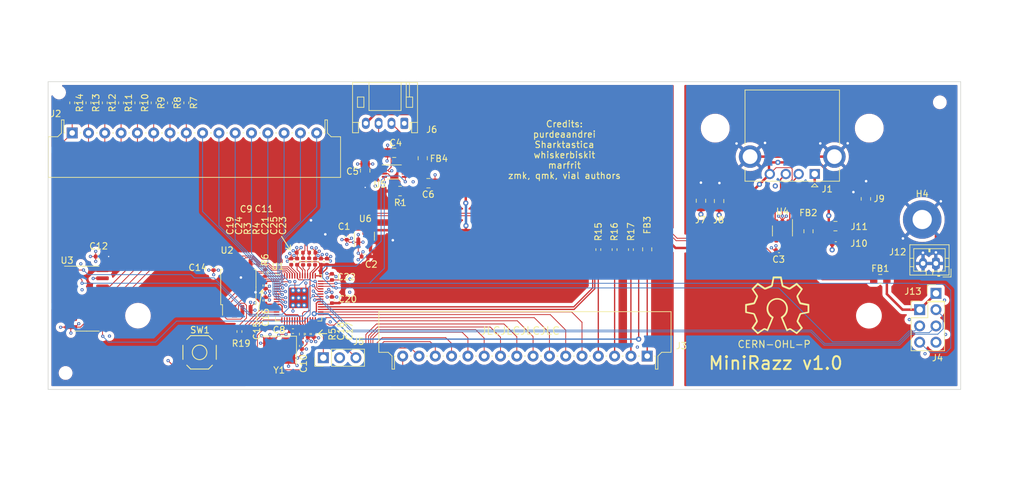
<source format=kicad_pcb>
(kicad_pcb (version 20211014) (generator pcbnew)
  (layers (0 "F.Cu" signal) (1 "In1.Cu" signal) (2 "In2.Cu" signal) (31 "B.Cu" signal) (34 "B.Paste" user) (35 "F.Paste" user) (36 "B.SilkS" user "B.Silkscreen") (37 "F.SilkS" user "F.Silkscreen") (38 "B.Mask" user) (39 "F.Mask" user) (44 "Edge.Cuts" user))
  (net 0 "")
  (net 1 "/LED3")
  (net 2 "/LED2")
  (net 3 "/LED1")
  (net 4 "/ENABLE_SOLENOID")
  (net 5 "/I2C_SDA_OR_UART_TX")
  (net 6 "/TRIGGER_SOLENOID")
  (net 7 "/SWCLK")
  (net 8 "/SWDIO")
  (net 9 "Net-(R19-Pad1)")
  (net 10 "/SHIFT_NOT_PARALLEL_LOAD")
  (net 11 "/CLOCK_PULSE")
  (net 12 "/SERIAL_DATA")
  (net 13 "VBUS")
  (net 15 "GND")
  (net 16 "+3.3V")
  (net 17 "/C-USB_D+")
  (net 18 "+5V")
  (net 19 "/C_USB_D-")
  (net 20 "/COL0")
  (net 21 "/COL1")
  (net 22 "/COL2")
  (net 23 "/COL3")
  (net 24 "/COL4")
  (net 25 "/COL5")
  (net 26 "/COL6")
  (net 27 "/COL7")
  (net 28 "/COL8")
  (net 29 "/COL9")
  (net 30 "/COLA")
  (net 31 "/COLB")
  (net 32 "/COLC")
  (net 33 "/COLD")
  (net 34 "/COLE")
  (net 35 "/COLF")
  (net 36 "/QSPI_SS")
  (net 37 "/QSPI_SD3")
  (net 38 "/QSPI_SCLK")
  (net 39 "/QSPI_SD0")
  (net 40 "/QSPI_SD2")
  (net 41 "/QSPI_SD1")
  (net 42 "/ROWB")
  (net 43 "/ROWA")
  (net 44 "/ROW9")
  (net 45 "/ROW8")
  (net 46 "/ROW7")
  (net 47 "/ROW6")
  (net 48 "/ROW5")
  (net 49 "/ROW4")
  (net 50 "/ROW3")
  (net 51 "/ROW2")
  (net 52 "/ROW1")
  (net 53 "/ROW0")
  (net 54 "/I2C_SCL_OR_UART_RX")
  (net 55 "Net-(FB4-Pad2)")
  (net 56 "Net-(J6-Pad2)")
  (net 57 "Net-(FB3-Pad1)")
  (net 58 "Net-(J6-Pad3)")
  (net 59 "Net-(J10-Pad1)")
  (net 60 "Net-(FB1-Pad2)")
  (net 61 "/LED1_C")
  (net 62 "/LED2_C")
  (net 63 "/LED3_C")
  (net 64 "/XIN")
  (net 65 "/XOUTR")
  (net 66 "+1V1")
  (net 67 "/XOUT")
  (net 68 "/SHIELD")
  (net 70 "Net-(C6-Pad1)")
  (net 73 "/R_USB_D+")
  (net 74 "/R_USB_D-")
  (net 75 "/CONN_USB_D-")
  (net 76 "/CONN_USB_D+")
  (footprint "Capacitor_SMD:C_0402_1005Metric" (layer "F.Cu") (at 41.16 26.66 180)
    (fp_text reference "C11")
    (fp_text value "43pF")
  )
  (footprint "footprint:PinHeader_2x03_P2.54mm_Vertical_3dhorizontal" (layer "F.Cu") (at 135.805 35.56)
    (fp_text reference "J4")
    (fp_text value "3.3V IO EXPANSION HEADER")
  )
  (footprint "footprint:TE_connectivity_AMP_6-520314-6" (layer "F.Cu") (at 3.75 8 90)
    (fp_text reference "J2")
    (fp_text value "Conn_01x16")
  )
  (footprint "Resistor_SMD:R_0805_2012Metric_Pad1.20x1.40mm_HandSolder" (layer "F.Cu") (at 127.43 18.28 -90)
    (fp_text reference "J9")
    (fp_text value "Conn_02x01")
  )
  (footprint "Capacitor_SMD:C_0805_2012Metric_Pad1.18x1.45mm_HandSolder" (layer "F.Cu") (at 53.93 11.09 180)
    (fp_text reference "C4")
    (fp_text value "DNP 100nF")
  )
  (footprint "Capacitor_SMD:C_0402_1005Metric" (layer "F.Cu") (at 39.23 26.66)
    (fp_text reference "C9")
    (fp_text value "43pF")
  )
  (footprint "MountingHole:MountingHole_3mm_Pad" (layer "F.Cu") (at 136.2 21.5)
    (fp_text reference "H4")
    (fp_text value "MountingHole_Pad")
  )
  (footprint "Capacitor_SMD:C_0402_1005Metric" (layer "F.Cu") (at 7.89 27.27 180)
    (fp_text reference "C12")
    (fp_text value "100nF")
  )
  (footprint "Capacitor_SMD:C_0402_1005Metric" (layer "F.Cu") (at 37.88 28.075 90)
    (fp_text reference "C19")
    (fp_text value "100nF")
  )
  (footprint "Capacitor_SMD:C_0402_1005Metric" (layer "F.Cu") (at 25.78 28.92 -90)
    (fp_text reference "C14")
    (fp_text value "100nF")
  )
  (footprint "Inductor_SMD:L_0805_2012Metric_Pad1.15x1.40mm_HandSolder" (layer "F.Cu") (at 58.37 11.94 90)
    (fp_text reference "FB4")
    (fp_text value "DNP Ferrite_Bead")
  )
  (footprint "Crystal:Crystal_SMD_3225-4Pin_3.2x2.5mm_HandSoldering" (layer "F.Cu") (at 36 41.95 180)
    (fp_text reference "Y1")
    (fp_text value "12MHz")
  )
  (footprint "footprint:tooling_hole" (layer "F.Cu") (at 138.95 3.22)
    (fp_text reference "H1" hide)
    (fp_text value "SMTAssemblyMountingHole" hide)
  )
  (footprint "Capacitor_SMD:C_0402_1005Metric" (layer "F.Cu") (at 42.52 28.075 90)
    (fp_text reference "C25")
    (fp_text value "1uF")
  )
  (footprint "Resistor_SMD:R_0402_1005Metric" (layer "F.Cu") (at 39.53 39.38 90)
    (fp_text reference "R5")
    (fp_text value "1k")
  )
  (footprint "Capacitor_SMD:C_0402_1005Metric" (layer "F.Cu") (at 44.22 30.45 90)
    (fp_text reference "C22")
    (fp_text value "100nF")
  )
  (footprint "Capacitor_SMD:C_0402_1005Metric" (layer "F.Cu") (at 46.53 24.17 -90)
    (fp_text reference "C1")
    (fp_text value "1uF")
  )
  (footprint "Package_SO:VSSOP-8_2.3x2mm_P0.5mm" (layer "F.Cu") (at 53.95 14.09)
    (fp_text reference "U5")
    (fp_text value "DNP TXS0102DCU")
  )
  (footprint "Inductor_SMD:L_0805_2012Metric_Pad1.15x1.40mm_HandSolder" (layer "F.Cu") (at 118.48 23.33 90)
    (fp_text reference "FB2")
    (fp_text value "Ferrite_Bead")
  )
  (footprint "Capacitor_SMD:C_0805_2012Metric_Pad1.18x1.45mm_HandSolder" (layer "F.Cu") (at 59.25 15.84)
    (fp_text reference "C6")
    (fp_text value "DNP 1uF")
  )
  (footprint "Package_DFN_QFN:QFN-56-1EP_7x7mm_P0.4mm_EP3.2x3.2mm" (layer "F.Cu") (at 39.03 33.72)
    (fp_text reference "U1")
    (fp_text value "RP2040")
  )
  (footprint "Resistor_SMD:R_0402_1005Metric" (layer "F.Cu") (at 40.67 28.055 90)
    (fp_text reference "R4")
    (fp_text value "27.4")
  )
  (footprint "Resistor_SMD:R_0402_1005Metric" (layer "F.Cu") (at 18.99 3.3 -90)
    (fp_text reference "R8")
    (fp_text value "68k")
  )
  (footprint "Capacitor_SMD:C_0402_1005Metric" (layer "F.Cu") (at 44.22 34.06 90)
    (fp_text reference "C20")
    (fp_text value "100nF")
  )
  (footprint "Connector_JST:JST_PH_B2B-PH-K_1x02_P2.00mm_Vertical" (layer "F.Cu") (at 138.33 28.35 180)
    (fp_text reference "J12")
    (fp_text value "Conn_01x02")
  )
  (footprint "Capacitor_SMD:C_0402_1005Metric" (layer "F.Cu") (at 33.84 34.11 90)
    (fp_text reference "C16")
    (fp_text value "100nF")
  )
  (footprint "Package_TO_SOT_SMD:SOT-23-6" (layer "F.Cu") (at 114.42 23.2825 -90)
    (fp_text reference "U4")
    (fp_text value "USBLC6-2SC6")
  )
  (footprint "Capacitor_SMD:C_0805_2012Metric_Pad1.18x1.45mm_HandSolder" (layer "F.Cu") (at 101.73 18.57 -90)
    (fp_text reference "J7")
    (fp_text value "Conn_02x01")
  )
  (footprint "Package_SO:SOIC-16_3.9x9.9mm_P1.27mm" (layer "F.Cu") (at 6 33.84)
    (fp_text reference "U3")
    (fp_text value "74HC165")
  )
  (footprint "Resistor_SMD:R_0805_2012Metric_Pad1.20x1.40mm_HandSolder" (layer "F.Cu") (at 54.84 17.06)
    (fp_text reference "R1")
    (fp_text value "DNP 10k")
  )
  (footprint "Resistor_SMD:R_0402_1005Metric" (layer "F.Cu") (at 85.73 26.19 -90)
    (fp_text reference "R15")
    (fp_text value "196")
  )
  (footprint "Inductor_SMD:L_0805_2012Metric_Pad1.15x1.40mm_HandSolder" (layer "F.Cu") (at 93.35 26.15 90)
    (fp_text reference "FB3")
    (fp_text value "Ferrite_Bead")
  )
  (footprint "Capacitor_SMD:C_0805_2012Metric_Pad1.18x1.45mm_HandSolder" (layer "F.Cu") (at 49.4 13.87 90)
    (fp_text reference "C5")
    (fp_text value "DNP 100nF")
  )
  (footprint "Capacitor_SMD:C_0402_1005Metric" (layer "F.Cu") (at 39.52 41.22 -90)
    (fp_text reference "C10")
    (fp_text value "30pF")
  )
  (footprint "Capacitor_SMD:C_0402_1005Metric" (layer "F.Cu") (at 41.6 28.075 90)
    (fp_text reference "C21")
    (fp_text value "1uF")
  )
  (footprint "footprint:LUSB_A111_00" (layer "F.Cu") (at 119.45 14.4 180)
    (fp_text reference "J1")
    (fp_text value "USB_A")
  )
  (footprint "Capacitor_SMD:C_0402_1005Metric" (layer "F.Cu") (at 41.38 39.36 -90)
    (fp_text reference "C17")
    (fp_text value "100nF")
  )
  (footprint "Package_TO_SOT_SMD:SOT-23" (layer "F.Cu") (at 49.28 24.11 90)
    (fp_text reference "U6")
    (fp_text value "XC6206P332MR")
  )
  (footprint "Connector_PinHeader_2.54mm:PinHeader_1x03_P2.54mm_Vertical" (layer "F.Cu") (at 42.88 43.06 90)
    (fp_text reference "J5")
    (fp_text value "Conn_01x03")
  )
  (footprint "MountingHole:MountingHole_3mm" (layer "F.Cu") (at 14 36.5)
    (fp_text reference "H5" hide)
    (fp_text value "MountingHole")
  )
  (footprint "Capacitor_SMD:C_0402_1005Metric" (layer "F.Cu") (at 40.46 39.36 -90)
    (fp_text reference "C18")
    (fp_text value "100nF")
  )
  (footprint "Resistor_SMD:R_0402_1005Metric" (layer "F.Cu") (at 90.81 26.19 -90)
    (fp_text reference "R17")
    (fp_text value "196")
  )
  (footprint "Resistor_SMD:R_0402_1005Metric" (layer "F.Cu") (at 11.37 3.3 -90)
    (fp_text reference "R11")
    (fp_text value "68k")
  )
  (footprint "MountingHole:MountingHole_3mm" (layer "F.Cu") (at 127.9 36.5)
    (fp_text reference "H6" hide)
    (fp_text value "MountingHole")
  )
  (footprint "Resistor_SMD:R_0402_1005Metric" (layer "F.Cu") (at 13.91 3.3 -90)
    (fp_text reference "R10")
    (fp_text value "68k")
  )
  (footprint "Resistor_SMD:R_0402_1005Metric" (layer "F.Cu") (at 8.83 3.3 -90)
    (fp_text reference "R12")
    (fp_text value "68k")
  )
  (footprint "footprint:switch_K2-1187SQ-A4SW-06" (layer "F.Cu") (at 23.6 42.22)
    (fp_text reference "SW1")
    (fp_text value "SW_Push")
  )
  (footprint "footprint:tooling_hole" (layer "F.Cu") (at 1.7 1.69)
    (fp_text reference "H3" hide)
    (fp_text value "SMTAssemblyMountingHole" hide)
  )
  (footprint "Capacitor_SMD:C_0402_1005Metric_Pad0.74x0.62mm_HandSolder" (layer "F.Cu") (at 122.74 25.33 180)
    (fp_text reference "J10")
    (fp_text value "Conn_02x01")
  )
  (footprint "Capacitor_SMD:C_0402_1005Metric" (layer "F.Cu") (at 113.89 26.3125 180)
    (fp_text reference "C3")
    (fp_text value "100nF")
  )
  (footprint "footprint:tooling_hole" (layer "F.Cu") (at 2.72 45.44)
    (fp_text reference "H2" hide)
    (fp_text value "SMTAssemblyMountingHole" hide)
  )
  (footprint "MountingHole:MountingHole_3.5mm" (layer "F.Cu") (at 103.95 7.25)
    (fp_text reference "H7" hide)
    (fp_text value "AroundUsbPortMountingHole")
  )
  (footprint "MountingHole:MountingHole_3.5mm" (layer "F.Cu") (at 127.95 7.25)
    (fp_text reference "H8" hide)
    (fp_text value "AroundUsbPortMountingHole")
  )
  (footprint "footprint:oshw_outline" (layer "F.Cu") (at 113.61 34.87)
    (fp_text reference "G***" hide)
    (fp_text value "LOGO" hide)
  )
  (footprint "Resistor_SMD:R_0402_1005Metric" (layer "F.Cu") (at 6.29 3.3 -90)
    (fp_text reference "R13")
    (fp_text value "68k")
  )
  (footprint "Resistor_SMD:R_0402_1005Metric" (layer "F.Cu") (at 88.27 26.19 -90)
    (fp_text reference "R16")
    (fp_text value "196")
  )
  (footprint "footprint:PinHeader_1x01_P2.54mm_Vertical_3dhorizontal" (layer "F.Cu") (at 138.345 33.02)
    (fp_text reference "J13")
    (fp_text value "Conn_01x01")
  )
  (footprint "Capacitor_SMD:C_0402_1005Metric" (layer "F.Cu") (at 43.44 28.075 90)
    (fp_text reference "C23")
    (fp_text value "100nF")
  )
  (footprint "Resistor_SMD:R_0402_1005Metric" (layer "F.Cu") (at 21.53 3.3 -90)
    (fp_text reference "R7")
    (fp_text value "68k")
  )
  (footprint "Capacitor_SMD:C_0402_1005Metric" (layer "F.Cu") (at 33.84 31.79 -90)
    (fp_text reference "C15")
    (fp_text value "100nF")
  )
  (footprint "Capacitor_SMD:C_0402_1005Metric" (layer "F.Cu") (at 38.8 28.075 90)
    (fp_text reference "C24")
    (fp_text value "100nF")
  )
  (footprint "footprint:TE_connectivity_AMP_6-520314-6" (layer "F.Cu") (at 93.35 42.8 -90)
    (fp_text reference "J3")
    (fp_text value "Conn_01x16")
  )
  (footprint "Resistor_SMD:R_0402_1005Metric" (layer "F.Cu") (at 3.75 3.3 -90)
    (fp_text reference "R14")
    (fp_text value "68k")
  )
  (footprint "Capacitor_SMD:C_0402_1005Metric" (layer "F.Cu") (at 38.15 38.91 180)
    (fp_text reference "C8")
    (fp_text value "30pF")
  )
  (footprint "Resistor_SMD:R_0402_1005Metric" (layer "F.Cu") (at 39.73 28.055 90)
    (fp_text reference "R3")
    (fp_text value "27.4")
  )
  (footprint "Resistor_SMD:R_0402_1005Metric" (layer "F.Cu") (at 33.84 29.83 -90)
    (fp_text reference "R6")
    (fp_text value "10k")
  )
  (footprint "Connector_JST:JST_PH_S4B-PH-K_1x04_P2.00mm_Horizontal" (layer "F.Cu") (at 55.5 6.5 180)
    (fp_text reference "J6")
    (fp_text value "DNP Conn_01x04")
  )
  (footprint "Package_SO:SOIC-8_5.275x5.275mm_P1.27mm" (layer "F.Cu") (at 29.64 32.04 90)
    (fp_text reference "U2")
    (fp_text value "W25Q16JV")
  )
  (footprint "Capacitor_SMD:C_0805_2012Metric_Pad1.18x1.45mm_HandSolder" (layer "F.Cu") (at 104.55 18.62 -90)
    (fp_text reference "J8")
    (fp_text value "Conn_02x01")
  )
  (footprint "Capacitor_SMD:C_0805_2012Metric_Pad1.18x1.45mm_HandSolder" (layer "F.Cu") (at 122.68 22.54 180)
    (fp_text reference "J11")
    (fp_text value "Conn_02x01")
  )
  (footprint "Resistor_SMD:R_0402_1005Metric" (layer "F.Cu") (at 29.81 38.97 90)
    (fp_text reference "R19")
    (fp_text value "1k")
  )
  (footprint "Resistor_SMD:R_0402_1005Metric" (layer "F.Cu") (at 16.45 3.3 -90)
    (fp_text reference "R9")
    (fp_text value "68k")
  )
  (footprint "Capacitor_SMD:C_0402_1005Metric" (layer "F.Cu") (at 49.34 27.28 180)
    (fp_text reference "C2")
    (fp_text value "1uF")
  )
  (footprint "Inductor_SMD:L_0805_2012Metric_Pad1.15x1.40mm_HandSolder" (layer "F.Cu") (at 129.67 30.79)
    (fp_text reference "FB1")
    (fp_text value "Ferrite_Bead")
  )
  (gr_line (start 33.37 32.49) (end 33.54 33.13) (layer "F.SilkS") (width 0.15))
  (gr_line (start 43.42 39.29) (end 42.15 39.29) (layer "F.SilkS") (width 0.15))
  (gr_line (start 37.7 26.19) (end 37.76 25.47) (layer "F.SilkS") (width 0.15))
  (gr_line (start 36.36 24.12) (end 37.7 26.19) (layer "F.SilkS") (width 0.15))
  (gr_line (start 33.37 32.49) (end 32.93 32.98) (layer "F.SilkS") (width 0.15))
  (gr_line (start 42.16 39.29) (end 42.7 39.83) (layer "F.SilkS") (width 0.15))
  (gr_line (start 42.15 39.29) (end 42.72 38.72) (layer "F.SilkS") (width 0.15))
  (gr_line (start 37.7 26.19) (end 37.01 25.97) (layer "F.SilkS") (width 0.15))
  (gr_line (start 32.45 37.3) (end 33.37 32.49) (layer "F.SilkS") (width 0.15))
  (gr_line (start 142.2 48) (end 0 48) (layer "Edge.Cuts") (width 0.1))
  (gr_line (start 142.2 0) (end 142.2 48) (layer "Edge.Cuts") (width 0.1))
  (gr_line (start 0 48) (end 0 0) (layer "Edge.Cuts") (width 0.1))
  (gr_line (start 0 0) (end 142.2 0) (layer "Edge.Cuts") (width 0.1))
  (gr_text "MiniRazz v1.0" (at 113.37 43.9) (layer "F.SilkS") (effects (font (size 2 2) (thickness 0.3))))
  (gr_text "Credits:\npurdeaandrei\nSharktastica\nwhiskerbiskit\nmarfrit\nzmk, qmk, vial authors" (at 80.45 10.63) (layer "F.SilkS") (effects (font (size 1 1))))
  (gr_text "CERN-OHL-P" (at 113.13 40.96) (layer "F.SilkS") (effects (font (size 1.1 1.1))))
  (gr_text "JLCJLCJLCJLC" (at 73.56 38.86) (layer "F.SilkS") (effects (font (size 1.2 1.2))))
  (segment (start 90.81 26.7) (end 90.81 42.8) (width 0.2) (layer "F.Cu") (net 1))
  (segment (start 88.27 26.7) (end 88.27 42.8) (width 0.2) (layer "F.Cu") (net 2))
  (segment (start 85.73 26.7) (end 85.73 42.8) (width 0.2) (layer "F.Cu") (net 3))
  (segment (start 42.4675 33.92) (end 41.67 33.92) (width 0.127) (layer "F.Cu") (net 4))
  (segment (start 41.67 33.92) (end 41.54 34.05) (width 0.127) (layer "F.Cu") (net 4))
  (via (at 41.54 34.05) (size 0.5) (drill 0.2) (layers "F.Cu" "B.Cu") (net 4))
  (segment (start 120.90079 41.09) (end 132.66 41.09) (width 0.127) (layer "B.Cu") (net 4))
  (segment (start 139.46 38.565) (end 139.46 36.675) (width 0.127) (layer "B.Cu") (net 4))
  (segment (start 41.54 34.05) (end 42.34079 34.05) (width 0.127) (layer "B.Cu") (net 4))
  (segment (start 138.6305 39.3945) (end 139.46 38.565) (width 0.127) (layer "B.Cu") (net 4))
  (segment (start 134.3555 39.3945) (end 138.6305 39.3945) (width 0.127) (layer "B.Cu") (net 4))
  (segment (start 132.66 41.09) (end 134.3555 39.3945) (width 0.127) (layer "B.Cu") (net 4))
  (segment (start 118.82479 39.014) (end 120.90079 41.09) (width 0.127) (layer "B.Cu") (net 4))
  (segment (start 42.34079 34.05) (end 47.30479 39.014) (width 0.127) (layer "B.Cu") (net 4))
  (segment (start 139.46 36.675) (end 138.345 35.56) (width 0.127) (layer "B.Cu") (net 4))
  (segment (start 47.30479 39.014) (end 118.82479 39.014) (width 0.127) (layer "B.Cu") (net 4))
  (segment (start 55.66 15.61) (end 55.66 15) (width 0.127) (layer "F.Cu") (net 5))
  (segment (start 44.63 31.92) (end 44.88 32.17) (width 0.127) (layer "F.Cu") (net 5))
  (segment (start 55.66 15) (end 55.5 14.84) (width 0.127) (layer "F.Cu") (net 5))
  (segment (start 42.4675 31.92) (end 44.63 31.92) (width 0.127) (layer "F.Cu") (net 5))
  (via (at 44.88 32.17) (size 0.5) (drill 0.2) (layers "F.Cu" "B.Cu") (net 5))
  (via (at 55.66 15.61) (size 0.5) (drill 0.2) (layers "F.Cu" "B.Cu") (net 5))
  (segment (start 43.21 28.79) (end 42.78 29.22) (width 0.127) (layer "B.Cu") (net 5))
  (segment (start 113.84 32.17) (end 122.252 40.582) (width 0.127) (layer "B.Cu") (net 5))
  (segment (start 55.66 15.61) (end 54.76 14.71) (width 0.127) (layer "B.Cu") (net 5))
  (segment (start 44.362085 32.17) (end 44.88 32.17) (width 0.127) (layer "B.Cu") (net 5))
  (segment (start 51.8865 24.901415) (end 47.997915 28.79) (width 0.127) (layer "B.Cu") (net 5))
  (segment (start 134.14508 38.8865) (end 135.0185 38.8865) (width 0.127) (layer "B.Cu") (net 5))
  (segment (start 44.88 32.17) (end 113.84 32.17) (width 0.127) (layer "B.Cu") (net 5))
  (segment (start 51.8865 15.3735) (end 51.8865 24.901415) (width 0.127) (layer "B.Cu") (net 5))
  (segment (start 52.55 14.71) (end 51.8865 15.3735) (width 0.127) (layer "B.Cu") (net 5))
  (segment (start 42.78 30.587915) (end 44.362085 32.17) (width 0.127) (layer "B.Cu") (net 5))
  (segment (start 54.76 14.71) (end 52.55 14.71) (width 0.127) (layer "B.Cu") (net 5))
  (segment (start 132.44958 40.582) (end 134.14508 38.8865) (width 0.127) (layer "B.Cu") (net 5))
  (segment (start 42.78 29.22) (end 42.78 30.587915) (width 0.127) (layer "B.Cu") (net 5))
  (segment (start 135.0185 38.8865) (end 135.805 38.1) (width 0.127) (layer "B.Cu") (net 5))
  (segment (start 47.997915 28.79) (end 43.21 28.79) (width 0.127) (layer "B.Cu") (net 5))
  (segment (start 122.252 40.582) (end 132.44958 40.582) (width 0.127) (layer "B.Cu") (net 5))
  (segment (start 42.4675 33.12) (end 41.77 33.12) (width 0.127) (layer "F.Cu") (net 6))
  (segment (start 41.77 33.12) (end 41.32 32.67) (width 0.127) (layer "F.Cu") (net 6))
  (via (at 41.32 32.67) (size 0.5) (drill 0.2) (layers "F.Cu" "B.Cu") (net 6))
  (segment (start 137.3045 39.1405) (end 138.345 38.1) (width 0.127) (layer "B.Cu") (net 6))
  (segment (start 118.93 38.76) (end 121.006 40.836) (width 0.127) (layer "B.Cu") (net 6))
  (segment (start 132.55479 40.836) (end 134.25029 39.1405) (width 0.127) (layer "B.Cu") (net 6))
  (segment (start 47.41 38.76) (end 118.93 38.76) (width 0.127) (layer "B.Cu") (net 6))
  (segment (start 41.32 32.67) (end 47.41 38.76) (width 0.127) (layer "B.Cu") (net 6))
  (segment (start 121.006 40.836) (end 132.55479 40.836) (width 0.127) (layer "B.Cu") (net 6))
  (segment (start 134.25029 39.1405) (end 137.3045 39.1405) (width 0.127) (layer "B.Cu") (net 6))
  (segment (start 40.03 37.75158) (end 40.43392 38.1555) (width 0.127) (layer "F.Cu") (net 7))
  (segment (start 42.3 38.41) (end 42.88 38.99) (width 0.127) (layer "F.Cu") (net 7))
  (segment (start 42.88 38.99) (end 42.88 43.06) (width 0.127) (layer "F.Cu") (net 7))
  (segment (start 41.26921 38.41) (end 42.3 38.41) (width 0.127) (layer "F.Cu") (net 7))
  (segment (start 40.03 37.1575) (end 40.03 37.75158) (width 0.127) (layer "F.Cu") (net 7))
  (segment (start 40.43392 38.1555) (end 41.01471 38.1555) (width 0.127) (layer "F.Cu") (net 7))
  (segment (start 41.01471 38.1555) (end 41.26921 38.41) (width 0.127) (layer "F.Cu") (net 7))
  (segment (start 40.5615 37.9015) (end 41.11992 37.9015) (width 0.127) (layer "F.Cu") (net 8))
  (segment (start 41.11992 37.9015) (end 41.36921 38.15079) (width 0.127) (layer "F.Cu") (net 8))
  (segment (start 40.43 37.1575) (end 40.43 37.77) (width 0.127) (layer "F.Cu") (net 8))
  (segment (start 40.43 37.77) (end 40.5615 37.9015) (width 0.127) (layer "F.Cu") (net 8))
  (segment (start 41.36921 38.15079) (end 43.05079 38.15079) (width 0.127) (layer "F.Cu") (net 8))
  (segment (start 43.05079 38.15079) (end 47.96 43.06) (width 0.127) (layer "F.Cu") (net 8))
  (segment (start 26.7 40.37) (end 28.92 40.37) (width 0.14) (layer "F.Cu") (net 9))
  (segment (start 28.92 40.37) (end 29.81 39.48) (width 0.14) (layer "F.Cu") (net 9))
  (segment (start 41.84 31.4) (end 41.6 31.16) (width 0.127) (layer "F.Cu") (net 10))
  (segment (start 42.089882 32.32) (end 41.84 32.070118) (width 0.127) (layer "F.Cu") (net 10))
  (segment (start 5.51 29.38) (end 3.54 29.38) (width 0.127) (layer "F.Cu") (net 10))
  (segment (start 41.84 32.070118) (end 41.84 31.4) (width 0.127) (layer "F.Cu") (net 10))
  (segment (start 3.54 29.38) (end 3.525 29.395) (width 0.127) (layer "F.Cu") (net 10))
  (segment (start 42.4675 32.32) (end 42.089882 32.32) (width 0.127) (layer "F.Cu") (net 10))
  (via (at 41.6 31.16) (size 0.5) (drill 0.2) (layers "F.Cu" "B.Cu") (net 10))
  (via (at 5.51 29.38) (size 0.5) (drill 0.2) (layers "F.Cu" "B.Cu") (net 10))
  (segment (start 37.4935 31.974415) (end 37.737915 31.73) (width 0.127) (layer "B.Cu") (net 10))
  (segment (start 36.481915 36.296) (end 37.4935 35.284415) (width 0.127) (layer "B.Cu") (net 10))
  (segment (start 37.737915 31.73) (end 39.13 31.73) (width 0.127) (layer "B.Cu") (net 10))
  (segment (start 22.7835 30.6035) (end 25.86271 30.6035) (width 0.127) (layer "B.Cu") (net 10))
  (segment (start 39.13 31.73) (end 39.9435 30.9165) (width 0.127) (layer "B.Cu") (net 10))
  (segment (start 41.13079 31.16) (end 41.6 31.16) (width 0.127) (layer "B.Cu") (net 10))
  (segment (start 6.22 30.09) (end 22.27 30.09) (width 0.127) (layer "B.Cu") (net 10))
  (segment (start 5.51 29.38) (end 6.22 30.09) (width 0.127) (layer "B.Cu") (net 10))
  (segment (start 31.55521 36.296) (end 36.481915 36.296) (width 0.127) (layer "B.Cu") (net 10))
  (segment (start 40.88729 30.9165) (end 41.13079 31.16) (width 0.127) (layer "B.Cu") (net 10))
  (segment (start 25.86271 30.6035) (end 31.55521 36.296) (width 0.127) (layer "B.Cu") (net 10))
  (segment (start 22.27 30.09) (end 22.7835 30.6035) (width 0.127) (layer "B.Cu") (net 10))
  (segment (start 37.4935 35.284415) (end 37.4935 31.974415) (width 0.127) (layer "B.Cu") (net 10))
  (segment (start 39.9435 30.9165) (end 40.88729 30.9165) (width 0.127) (layer "B.Cu") (net 10))
  (segment (start 42.089882 32.72) (end 41.586 32.216118) (width 0.127) (layer "F.Cu") (net 11))
  (segment (start 5.29 30.95) (end 5.29 31.44) (width 0.127) (layer "F.Cu") (net 11))
  (segment (start 3.525 30.665) (end 5.005 30.665) (width 0.127) (layer "F.Cu") (net 11))
  (segment (start 42.4675 32.72) (end 42.089882 32.72) (width 0.127) (layer "F.Cu") (net 11))
  (segment (start 41.356 31.81) (end 41.33 31.81) (width 0.127) (layer "F.Cu") (net 11))
  (segment (start 41.586 32.216118) (end 41.586 32.04) (width 0.127) (layer "F.Cu") (net 11))
  (segment (start 5.005 30.665) (end 5.29 30.95) (width 0.127) (layer "F.Cu") (net 11))
  (segment (start 41.586 32.04) (end 41.356 31.81) (width 0.127) (layer "F.Cu") (net 11))
  (via (at 41.33 31.81) (size 0.5) (drill 0.2) (layers "F.Cu" "B.Cu") (net 11))
  (via (at 5.29 31.44) (size 0.5) (drill 0.2) (layers "F.Cu" "B.Cu") (net 11))
  (segment (start 31.45 36.55) (end 26.34 31.44) (width 0.127) (layer "B.Cu") (net 11))
  (segment (start 41.33 31.81) (end 40.84 31.81) (width 0.127) (layer "B.Cu") (net 11))
  (segment (start 40.84 31.81) (end 40.5825 32.0675) (width 0.127) (layer "B.Cu") (net 11))
  (segment (start 39.735 36.55) (end 31.45 36.55) (width 0.127) (layer "B.Cu") (net 11))
  (segment (start 40.5825 32.0675) (end 40.5825 35.7025) (width 0.127) (layer "B.Cu") (net 11))
  (segment (start 40.5825 35.7025) (end 39.735 36.55) (width 0.127) (layer "B.Cu") (net 11))
  (segment (start 26.34 31.44) (end 5.29 31.44) (width 0.127) (layer "B.Cu") (net 11))
  (segment (start 8.475 39.675) (end 8.475 38.285) (width 0.127) (layer "F.Cu") (net 12))
  (segment (start 8.51 39.71) (end 8.475 39.675) (width 0.127) (layer "F.Cu") (net 12))
  (segment (start 41.47 33.52) (end 41.32 33.37) (width 0.127) (layer "F.Cu") (net 12))
  (segment (start 42.4675 33.52) (end 41.47 33.52) (width 0.127) (layer "F.Cu") (net 12))
  (via (at 41.32 33.37) (size 0.5) (drill 0.2) (layers "F.Cu" "B.Cu") (net 12))
  (via (at 8.51 39.71) (size 0.5) (drill 0.2) (layers "F.Cu" "B.Cu") (net 12))
  (segment (start 9.43 40.63) (end 8.51 39.71) (width 0.127) (layer "B.Cu") (net 12))
  (segment (start 39.83 37.34) (end 20.02 37.34) (width 0.127) (layer "B.Cu") (net 12))
  (segment (start 40.8365 36.3335) (end 39.83 37.34) (width 0.127) (layer "B.Cu") (net 12))
  (segment (start 16.73 40.63) (end 9.43 40.63) (width 0.127) (layer "B.Cu") (net 12))
  (segment (start 41.32 33.37) (end 40.8365 33.8535) (width 0.127) (layer "B.Cu") (net 12))
  (segment (start 40.8365 33.8535) (end 40.8365 36.3335) (width 0.127) (layer "B.Cu") (net 12))
  (segment (start 20.02 37.34) (end 16.73 40.63) (width 0.127) (layer "B.Cu") (net 12))
  (segment (start 119.45 14.4) (end 119.45 21.335) (width 0.381) (layer "F.Cu") (net 13))
  (segment (start 114.37 26.3125) (end 114.37 24.47) (width 0.127) (layer "F.Cu") (net 13))
  (segment (start 118.48 22.305) (end 117.645 23.14) (width 0.381) (layer "F.Cu") (net 13))
  (segment (start 117.645 23.14) (end 114.74 23.14) (width 0.381) (layer "F.Cu") (net 13))
  (segment (start 114.74 23.14) (end 114.42 23.46) (width 0.381) (layer "F.Cu") (net 13))
  (segment (start 114.42 23.46) (end 114.42 24.42) (width 0.381) (layer "F.Cu") (net 13))
  (segment (start 114.37 24.47) (end 114.42 24.42) (width 0.127) (layer "F.Cu") (net 13))
  (segment (start 119.45 21.335) (end 118.48 22.305) (width 0.381) (layer "F.Cu") (net 13))
  (segment (start 101.73 19.6075) (end 104.5 19.6075) (width 0.381) (layer "F.Cu") (net 15))
  (segment (start 8.475 30.665) (end 7.055 30.665) (width 0.14) (layer "F.Cu") (net 15))
  (segment (start 112.33 12.99) (end 112.33 14.28) (width 0.381) (layer "F.Cu") (net 15))
  (segment (start 122.1725 26.2275) (end 122.17 26.23) (width 0.381) (layer "F.Cu") (net 15))
  (segment (start 40.16 32.3) (end 39.9 32.56) (width 0.127) (layer "F.Cu") (net 15))
  (segment (start 121.6425 22.54) (end 121.6425 20.8975) (width 0.381) (layer "F.Cu") (net 15))
  (segment (start 34.5 33.36) (end 34.5 32.72) (width 0.127) (layer "F.Cu") (net 15))
  (segment (start 37.45 44.37) (end 37.46 44.38) (width 0.127) (layer "F.Cu") (net 15))
  (segment (start 47.04 24.65) (end 47.27 24.42) (width 0.127) (layer "F.Cu") (net 15))
  (segment (start 3.525 38.285) (end 1.965 38.285) (width 0.14) (layer "F.Cu") (net 15))
  (segment (start 115.9425 13.5925) (end 115.9425 15.2375) (width 0.127) (layer "F.Cu") (net 15))
  (segment (start 114.42 22.145) (end 114.42 21.59) (width 0.127) (layer "F.Cu") (net 15))
  (segment (start 42.02 39.84) (end 42.14 39.96) (width 0.127) (layer "F.Cu") (net 15))
  (segment (start 48.33 25.0475) (end 48.33 23.87) (width 0.127) (layer "F.Cu") (net 15))
  (segment (start 38.76 44.27) (end 38.79 44.27) (width 0.127) (layer "F.Cu") (net 15))
  (segment (start 34.06 33.63) (end 34.49 34.06) (width 0.127) (layer "F.Cu") (net 15))
  (segment (start 25.78 30.1) (end 25.79 30.11) (width 0.127) (layer "F.Cu") (net 15))
  (segment (start 33.12 40.8) (end 33.11 40.79) (width 0.127) (layer "F.Cu") (net 15))
  (segment (start 113.71 12.59) (end 112.73 12.59) (width 0.381) (layer "F.Cu") (net 15))
  (segment (start 46.53 25.36) (end 46.54 25.37) (width 0.127) (layer "F.Cu") (net 15))
  (segment (start 39.53 42.36) (end 39.53 42.44) (width 0.127) (layer "F.Cu") (net 15))
  (segment (start 44.22 33.58) (end 44.22 32.87) (width 0.127) (layer "F.Cu") (net 15))
  (segment (start 31.545 34.415) (end 31.54 34.41) (width 0.127) (layer "F.Cu") (net 15))
  (segment (start 41.64 26.66) (end 41.64 26.06) (width 0.127) (layer "F.Cu") (net 15))
  (segment (start 113.4425 13.4075) (end 115.7575 13.4075) (width 0.127) (layer "F.Cu") (net 15))
  (segment (start 37.88 27.03) (end 37.65 26.8) (width 0.127) (layer "F.Cu") (net 15))
  (segment (start 37.67 38.91) (end 37.57 38.91) (width 0.127) (layer "F.Cu") (net 15))
  (segment (start 25.78 29.4) (end 25.78 30.1) (width 0.127) (layer "F.Cu") (net 15))
  (segment (start 41.64 26.46) (end 41.07 25.89) (width 0.127) (layer "F.Cu") (net 15))
  (segment (start 101.73 19.6075) (end 101.73 20.68) (width 0.381) (layer "F.Cu") (net 15))
  (segment (start 3.525 38.285) (end 3.525 39.185) (width 0.14) (layer "F.Cu") (net 15))
  (segment (start 38.48 26.66) (end 38.19 26.37) (width 0.127) (layer "F.Cu") (net 15))
  (segment (start 43.695 27.595) (end 44.02 27.27) (width 0.127) (layer "F.Cu") (net 15))
  (segment (start 43.44 26.97) (end 43.41 26.94) (width 0.127) (layer "F.Cu") (net 15))
  (segment (start 33.84 33.63) (end 33.84 32.94) (width 0.127) (layer "F.Cu") (net 15))
  (segment (start 41.38 39.84) (end 41.38 40.24) (width 0.127) (layer "F.Cu") (net 15))
  (segment (start 38.42 43.93) (end 38.76 44.27) (width 0.127) (layer "F.Cu") (net 15))
  (segment (start 37.06 39.42) (end 36.06 39.42) (width 0.127) (layer "F.Cu") (net 15))
  (segment (start 39.52 41.7) (end 39.52 42.35) (width 0.127) (layer "F.Cu") (net 15))
  (segment (start 37.59 43.1) (end 38.42 43.93) (width 0.127) (layer "F.Cu") (net 15))
  (segment (start 122.1725 25.33) (end 122.1725 26.2275) (width 0.381) (layer "F.Cu") (net 15))
  (segment (start 40.16 31.41) (end 40.16 32.3) (width 0.127) (layer "F.Cu") (net 15))
  (segment (start 37.57 38.91) (end 37.06 39.42) (width 0.127) (layer "F.Cu") (net 15))
  (segment (start 52.94 13.84) (end 53.14 14.04) (width 0.14) (layer "F.Cu") (net 15))
  (segment (start 52.4 13.84) (end 52.94 13.84) (width 0.14) (layer "F.Cu") (net 15))
  (segment (start 34.09 32.27) (end 34.52 32.7) (width 0.127) (layer "F.Cu") (net 15))
  (segment (start 37.88 27.595) (end 37.415 27.595) (width 0.127) (layer "F.Cu") (net 15))
  (segment (start 40.33 40.43) (end 40.33 40.89) (width 0.127) (layer "F.Cu") (net 15))
  (segment (start 25.78 29.4) (end 26.53 29.4) (width 0.127) (layer "F.Cu") (net 15))
  (segment (start 37.45 43.1) (end 38.85 43.1) (width 0.127) (layer "F.Cu") (net 15))
  (segment (start 38.75 26.55) (end 39.42 25.88) (width 0.127) (layer "F.Cu") (net 15))
  (segment (start 41.38 40.24) (end 41.69 40.55) (width 0.127) (layer "F.Cu") (net 15))
  (segment (start 4.235 38.285) (end 4.77 37.75) (width 0.14) (layer "F.Cu") (net 15))
  (segment (start 114.42 21.57) (end 113.81 20.96) (width 0.127) (layer "F.Cu") (net 15))
  (segment (start 31.545 35.64) (end 31.545 34.415) (width 0.127) (layer "F.Cu") (net 15))
  (segment (start 34.23 33.63) (end 34.5 33.36) (width 0.127) (layer "F.Cu") (net 15))
  (segment (start 114.42 16.76) (end 114.42 20.96) (width 0.127) (layer "F.Cu") (net 15))
  (segment (start 20.5 44.07) (end 19.26 44.07) (width 0.14) (layer "F.Cu") (net 15))
  (segment (start 7.41 27.27) (end 6.6 27.27) (width 0.127) (layer "F.Cu") (net 15))
  (segment (start 43.44 27.595) (end 43.44 26.97) (width 0.127) (layer "F.Cu") (net 15))
  (segment (start 104.55 19.6575) (end 104.55 20.79) (width 0.381) (layer "F.Cu") (net 15))
  (segment (start 37.705 27.595) (end 37.29 28.01) (width 0.127) (layer "F.Cu") (net 15))
  (segment (start 38.75 26.66) (end 38.48 26.66) (width 0.127) (layer "F.Cu") (net 15))
  (segment (start 48.86 27.28) (end 48.33 26.75) (width 0.127) (layer "F.Cu") (net 15))
  (segment (start 48.33 25.0475) (end 49.0425 25.0475) (width 0.127) (layer "F.Cu") (net 15))
  (segment (start 38.03 38.55) (end 37.67 38.91) (width 0.127) (layer "F.Cu") (net 15))
  (segment (start 42.52 27.595) (end 42.52 27.17) (width 0.127) (layer "F.Cu") (net 15))
  (segment (start 112.73 12.59) (end 112.33 12.99) (width 0.381) (layer "F.Cu") (net 15))
  (segment (start 49.4 12.8325) (end 50.5625 12.8325) (width 0.14) (layer "F.Cu") (net 15))
  (segment (start 34.42 40.8) (end 33.24 39.62) (width 0.127) (layer "F.Cu") (net 15))
  (segment (start 34.71 40.8) (end 34.55 40.8) (width 0.127) (layer "F.Cu") (net 15))
  (segment (start 7.41 27.27) (end 7.41 28.03) (width 0.127) (layer "F.Cu") (net 15))
  (segment (start 38.15 34.89) (end 38.16 34.88) (width 0.127) (layer "F.Cu") (net 15))
  (segment (start 38.75 26.66) (end 38.75 25.89) (width 0.127) (layer "F.Cu") (net 15))
  (segment (start 39.52 41.7) (end 40.25 41.7) (width 0.127) (layer "F.Cu") (net 15))
  (segment (start 121.6425 20.8975) (end 121.6425 14.1325) (width 0.381) (layer "F.Cu") (net 15))
  (segment (start 38.75 25.89) (end 38.74 25.88) (width 0.127) (layer "F.Cu") (net 15))
  (segment (start 48.86 27.28) (end 48.81 27.28) (width 0.127) (layer "F.Cu") (net 15))
  (segment (start 42.04 26.66) (end 42.25 26.45) (width 0.127) (layer "F.Cu") (net 15))
  (segment (start 6.315 37.015) (end 8.475 37.015) (width 0.14) (layer "F.Cu") (net 15))
  (segment (start 52.8925 11.2425) (end 52.8925 11.09) (width 0.14) (layer "F.Cu") (net 15))
  (segment (start 114.42 22.145) (end 114.42 20.96) (width 0.127) (layer "F.Cu") (net 15))
  (segment (start 50.53 13.84) (end 52.4 13.84) (width 0.14) (layer "F.Cu") (net 15))
  (segment (start 52.94 13.84) (end 53.45 13.33) (width 0.14) (layer "F.Cu") (net 15))
  (segment (start 31.545 35.185) (end 32.22 34.51) (width 0.127) (layer "F.Cu") (net 15))
  (segment (start 40.33 40.89) (end 39.52 41.7) (width 0.127) (layer "F.Cu") (net 15))
  (segment (start 48.86 27.28) (end 48.86 26.75) (width 0.127) (layer "F.Cu") (net 15))
  (segment (start 38.8 27.595) (end 38.795 27.595) (width 0.127) (layer "F.Cu") (net 15))
  (segment (start 114.42 21.59) (end 115.04 20.97) (width 0.127) (layer "F.Cu") (net 15))
  (segment (start 53.14 14.04) (end 53.39 14.04) (width 0.14) (layer "F.Cu") (net 15))
  (segment (start 113.41 26.3125) (end 113.41 25.6) (width 0.127) (layer "F.Cu") (net 15))
  (segment (start 50.5625 12.8325) (end 50.57 12.84) (width 0.14) (layer "F.Cu") (net 15))
  (segment (start 3.525 38.285) (end 4.235 38.285) (width 0.14) (layer "F.Cu") (net 15))
  (segment (start 40.46 39.96) (end 41.01 40.51) (width 0.127) (layer "F.Cu") (net 15))
  (segment (start 121.6425 24.8) (end 122.1725 25.33) (width 0.381) (layer "F.Cu") (net 15))
  (segment (start 33.84 33.63) (end 34.23 33.63) (width 0.127) (layer "F.Cu") (net 15))
  (segment (start 41.605 27.595) (end 42.07 27.13) (width 0.127) (layer "F.Cu") (net 15))
  (segment (start 112.45 14.4) (end 113.4425 13.4075) (width 0.127) (layer "F.Cu") (net 15))
  (segment (start 49.0425 25.0475) (end 49.06 25.03) (width 0.127) (layer "F.Cu") (net 15))
  (segment (start 7.41 27.27) (end 7.41 26.46) (width 0.127) (layer "F.Cu") (net 15))
  (segment (start 39.52 42.35) (end 39.53 42.36) (width 0.127) (layer "F.Cu") (net 15))
  (segment (start 31.545 35.64) (end 31.545 35.185) (width 0.127) (layer "F.Cu") (net 15))
  (segment (start 37.88 27.595) (end 37.705 27.595) (width 0.127) (layer "F.Cu") (net 15))
  (segment (start 41.6 27.595) (end 43.44 27.595) (width 0.127) (layer "F.Cu") (net 15))
  (segment (start 33.84 32.27) (end 34.12 32.27) (width 0.127) (layer "F.Cu") (net 15))
  (segment (start 38.8 27.595) (end 38.8 26.71) (width 0.127) (layer "F.Cu") (net 15))
  (segment (start 37.45 43.1) (end 37.59 43.1) (width 0.127) (layer "F.Cu") (net 15))
  (segment (start 48.33 25.0475) (end 47.5925 25.0475) (width 0.127) (layer "F.Cu") (net 15))
  (segment (start 6.6 27.27) (end 6.59 27.26) (width 0.127) (layer "F.Cu") (net 15))
  (segment (start 113.1125 26.3125) (end 112.7 25.9) (width 0.127) (layer "F.Cu") (net 15))
  (segment (start 48.81 27.28) (end 48.32 27.77) (width 0.127) (layer "F.Cu") (net 15))
  (segment (start 34.55 40.8) (end 34.42 40.8) (width 0.127) (layer "F.Cu") (net 15))
  (segment (start 3.525 38.285) (end 5.045 38.285) (width 0.14) (layer "F.Cu") (net 15))
  (segment (start 7.055 30.665) (end 7.03 30.69) (width 0.14) (layer "F.Cu") (net 15))
  (segment (start 44.22 29.97) (end 44.14 29.97) (width 0.127) (layer "F.Cu") (net 15))
  (segment (start 114.42 22.145) (end 114.42 21.57) (width 0.127) (layer "F.Cu") (net 15))
  (segment (start 115.9425 15.2375) (end 114.42 16.76) (width 0.127) (layer "F.Cu") (net 15))
  (segment (start 31.545 35.64) (end 32.23 35.64) (width 0.127) (layer "F.Cu") (net 15))
  (segment (start 43.49 33.58) (end 43.48 33.59) (width 0.127) (layer "F.Cu") (net 15))
  (segment (start 1.965 38.285) (end 1.94 38.31) (width 0.14) (layer "F.Cu") (net 15))
  (segment (start 43.44 27.595) (end 43.615 27.595) (width 0.127) (layer "F.Cu") (net 15))
  (segment (start 113.41 26.3125) (end 113.1125 26.3125) (width 0.127) (layer "F.Cu") (net 15))
  (segment (start 43.49 29.97) (end 43.43 29.91) (width 0.127) (layer "F.Cu") (net 15))
  (segment (start 41.64 26.66) (end 42.04 26.66) (width 0.127) (layer "F.Cu") (net 15))
  (segment (start 33.84 32.27) (end 33.84 32.94) (width 0.127) (layer "F.Cu") (net 15))
  (segment (start 25.04 29.4) (end 25.03 29.39) (width 0.127) (layer "F.Cu") (net 15))
  (segment (start 44.22 33.58) (end 44.96 33.58) (width 0.127) (layer "F.Cu") (net 15))
  (segment (start 52.8925 11.09) (end 52.8925 12.2775) (width 0.14) (layer "F.Cu") (net 15))
  (segment (start 44.16 32.86) (end 43.72 32.42) (width 0.127) (layer "F.Cu") (net 15))
  (segment (start 48.33 25.0475) (end 48.33 26.75) (width 0.127) (layer "F.Cu") (net 15))
  (segment (start 41.64 26.66) (end 41.64 26.46) (width 0.127) (layer "F.Cu") (net 15))
  (segment (start 46.53 24.65) (end 45.79 24.65) (width 0.127) (layer "F.Cu") (net 15))
  (segment (start 45.79 24.65) (end 45.78 24.64) (width 0.127) (layer "F.Cu") (net 15))
  (segment (start 25.78 29.4) (end 25.04 29.4) (width 0.127) (layer "F.Cu") (net 15))
  (segment (start 46.53 24.65) (end 46.53 25.36) (width 0.127) (layer "F.Cu") (net 15))
  (segment (start 5.045 38.285) (end 6.315 37.015) (width 0.14) (layer "F.Cu") (net 15))
  (segment (start 60.2875 15.84) (end 60.2875 14.5425) (width 0.127) (layer "F.Cu") (net 15))
  (segment (start 44.41 29.97) (end 44.85 30.41) (width 0.127) (layer "F.Cu") (net 15))
  (segment (start 41.38 39.84) (end 42.02 39.84) (width 0.127) (layer "F.Cu") (net 15))
  (segment (start 42.52 27.17) (end 42.72 26.97) (width 0.127) (layer "F.Cu") (net 15))
  (segment (start 41.64 27.555) (end 41.6 27.595) (width 0.127) (layer "F.Cu") (net 15))
  (segment (start 37.88 27.595) (end 38.8 27.595) (width 0.127) (layer "F.Cu") (net 15))
  (segment (start 101.73 20.68) (end 101.72 20.69) (width 0.381) (layer "F.Cu") (net 15))
  (segment (start 38.03 37.1575) (end 38.03 38.55) (width 0.127) (layer "F.Cu") (net 15))
  (segment (start 120.1 12.59) (end 113.71 12.59) (width 0.381) (layer "F.Cu") (net 15))
  (segment (start 49.4 12.8325) (end 49.5225 12.8325) (width 0.14) (layer "F.Cu") (net 15))
  (segment (start 110.84 16.01) (end 112.45 14.4) (width 0.381) (layer "F.Cu") (net 15))
  (segment (start 43.44 27.595) (end 43.695 27.595) (width 0.127) (layer "F.Cu") (net 15))
  (segment (start 34.12 32.27) (end 34.49 31.9) (width 0.127) (layer "F.Cu") (net 15))
  (segment (start 53.45 13.33) (end 53.45 11.8) (width 0.14) (layer "F.Cu") (net 15))
  (segment (start 46.9275 25.0475) (end 46.53 24.65) (width 0.127) (layer "F.Cu") (net 15))
  (segment (start 41.64 26.66) (end 41.64 27.555) (width 0.127) (layer "F.Cu") (net 15))
  (segment (start 34.5 32.72) (end 34.52 32.7) (width 0.127) (layer "F.Cu") (net 15))
  (segment (start 44.21 32.86) (end 44.16 32.86) (width 0.127) (layer "F.Cu") (net 15))
  (segment (start 35.94 39.57) (end 34.71 40.8) (width 0.127) (layer "F.Cu") (net 15))
  (segment (start 49.5225 12.8325) (end 50.53 13.84) (width 0.14) (layer "F.Cu") (net 15))
  (segment (start 33.84 33.63) (end 34.06 33.63) (width 0.127) (layer "F.Cu") (net 15))
  (segment (start 121.6425 22.54) (end 121.6425 24.8) (width 0.381) (layer "F.Cu") (net 15))
  (segment (start 3.525 39.185) (end 3.55 39.21) (width 0.14) (layer "F.Cu") (net 15))
  (segment (start 19.26 44.07) (end 18.7 43.51) (width 0.14) (layer "F.Cu") (net 15))
  (segment (start 34.55 40.8) (end 34.55 39.46) (width 0.127) (layer "F.Cu") (net 15))
  (segment (start 49.4 12.8325) (end 48.2275 12.8325) (width 0.14) (layer "F.Cu") (net 15))
  (segment (start 44.22 29.97) (end 43.49 29.97) (width 0.127) (layer "F.Cu") (net 15))
  (segment (start 52.8925 9.9175) (end 52.9 9.91) (width 0.14) (layer "F.Cu") (net 15))
  (segment (start 35.94 39.54) (end 35.94 39.57) (width 0.127) (layer "F.Cu") (net 15))
  (segment (start 34.55 39.46) (end 34.57 39.44) (width 0.127) (layer "F.Cu") (net 15))
  (segment (start 40.46 39.84) (end 41.38 39.84) (width 0.127) (layer "F.Cu") (net 15))
  (segment (start 121.6425 14.1325) (end 120.1 12.59) (width 0.381) (layer "F.Cu") (net 15))
  (segment (start 46.53 24.65) (end 47.04 24.65) (width 0.127) (layer "F.Cu") (net 15))
  (segment (start 38.85 43.1) (end 38.86 43.11) (width 0.127) (layer "F.Cu") (net 15))
  (segment (start 44.22 33.58) (end 43.49 33.58) (width 0.127) (layer "F.Cu") (net 15))
  (segment (start 52.8925 11.09) (end 52.8925 9.9175) (width 0.14) (layer "F.Cu") (net 15))
  (segment (start 53.39 14.04) (end 53.54 13.89) (width 0.14) (layer "F.Cu") (net 15))
  (segment (start 41.64 26.06) (end 41.77 25.93) (width 0.127) (layer "F.Cu") (net 15))
  (segment (start 53.45 11.8) (end 52.8925 11.2425) (width 0.14) (layer "F.Cu") (net 15))
  (segment (start 43.615 27.595) (end 43.99 27.97) (width 0.127) (layer "F.Cu") (net 15))
  (segment (start 40.46 39.84) (end 40.46 39.96) (width 0.127) (layer "F.Cu") (net 15))
  (segment (start 38.795 27.595) (end 38.3 27.1) (width 0.127) (layer "F.Cu") (net 15))
  (segment (start 115.7575 13.4075) (end 115.9425 13.5925) (width 0.127) (layer "F.Cu") (net 15))
  (segment (start 60.2875 14.5425) (end 60.3 14.53) (width 0.127) (layer "F.Cu") (net 15))
  (segment (start 44.14 29.97) (end 43.5 30.61) (width 0.127) (layer "F.Cu") (net 15))
  (segment (start 38.15 35.77) (end 38.15 34.89) (width 0.127) (layer "F.Cu") (net 15))
  (segment (start 39.53 42.44) (end 38.86 43.11) (width 0.127) (layer "F.Cu") (net 15))
  (segment (start 112.33 14.28) (end 112.45 14.4) (width 0.381) (layer "F.Cu") (net 15))
  (segment (start 34.55 40.8) (end 33.12 40.8) (width 0.127) (layer "F.Cu") (net 15))
  (segment (start 40.46 40.3) (end 40.33 40.43) (width 0.127) (layer "F.Cu") (net 15))
  (segment (start 40.46 39.84) (end 40.46 40.3) (width 0.127) (layer "F.Cu") (net 15))
  (segment (start 52.8925 12.2775) (end 52.81 12.36) (width 0.14) (layer "F.Cu") (net 15))
  (segment (start 37.415 27.595) (end 37.15 27.33) (width 0.127) (layer "F.Cu") (net 15))
  (segment (start 48.33 23.87) (end 48.34 23.86) (width 0.127) (layer "F.Cu") (net 15))
  (segment (start 38.44 31.18) (end 38.44 32.28) (width 0.127) (layer "F.Cu") (net 15))
  (segment (start 47.5925 25.0475) (end 46.9275 25.0475) (width 0.127) (layer "F.Cu") (net 15))
  (segment (start 36.06 39.42) (end 35.94 39.54) (width 0.127) (layer "F.Cu") (net 15))
  (segment (start 41.6 27.595) (end 41.605 27.595) (width 0.127) (layer "F.Cu") (net 15))
  (segment (start 104.55 20.79) (end 104.56 20.8) (width 0.381) (layer "F.Cu") (net 15))
  (segment (start 48.86 26.75) (end 49.07 26.54) (width 0.127) (layer "F.Cu") (net 15))
  (segment (start 38.44 32.28) (end 38.16 32.56) (width 0.127) (layer "F.Cu") (net 15))
  (segment (start 48.2275 12.8325) (end 48.22 12.84) (width 0.14) (layer "F.Cu") (net 15))
  (segment (start 44.22 29.97) (end 44.41 29.97) (width 0.127) (layer "F.Cu") (net 15))
  (segment (start 33.84 32.27) (end 34.09 32.27) (width 0.127) (layer "F.Cu") (net 15))
  (segment (start 107.1925 19.6575) (end 110.84 16.01) (width 0.381) (layer "F.Cu") (net 15))
  (segment (start 104.55 19.6575) (end 107.1925 19.6575) (width 0.381) (layer "F.Cu") (net 15))
  (segment (start 37.88 27.595) (end 37.88 27.03) (width 0.127) (layer "F.Cu") (net 15))
  (segment (start 104.5 19.6075) (end 104.55 19.6575) (width 0.381) (layer "F.Cu") (net 15))
  (segment (start 44.22 32.87) (end 44.21 32.86) (width 0.127) (layer "F.Cu") (net 15))
  (segment (start 37.45 43.1) (end 37.45 44.37) (width 0.127) (layer "F.Cu") (net 15))
  (via (at 33.11 40.79) (size 0.5) (drill 0.2) (layers "F.Cu" "B.Cu") (net 15))
  (via (at 48.22 12.84) (size 0.5) (drill 0.2) (layers "F.Cu" "B.Cu") (net 15))
  (via (at 42.25 26.45) (size 0.5) (drill 0.2) (layers "F.Cu" "B.Cu") (net 15))
  (via (at 113.41 25.6) (size 0.5) (drill 0.2) (layers "F.Cu" "B.Cu") (net 15))
  (via (at 104.56 20.8) (size 0.8) (drill 0.4) (layers "F.Cu" "B.Cu") (net 15))
  (via (at 42.07 27.13) (size 0.5) (drill 0.2) (layers "F.Cu" "B.Cu") (net 15))
  (via (at 52.81 12.36) (size 0.5) (drill 0.2) (layers "F.Cu" "B.Cu") (net 15))
  (via (at 34.5 33.36) (size 0.5) (drill 0.2) (layers "F.Cu" "B.Cu") (net 15))
  (via (at 39.42 25.88) (size 0.5) (drill 0.2) (layers "F.Cu" "B.Cu") (net 15))
  (via (at 37.46 44.38) (size 0.5) (drill 0.2) (layers "F.Cu" "B.Cu") (net 15))
  (via (at 38.15 35.77) (size 0.5) (drill 0.2) (layers "F.Cu" "B.Cu") (net 15))
  (via (at 41.07 25.89) (size 0.5) (drill 0.2) (layers "F.Cu" "B.Cu") (net 15))
  (via (at 60.3 14.53) (size 0.5) (drill 0.2) (layers "F.Cu" "B.Cu") (net 15))
  (via (at 32.23 35.64) (size 0.5) (drill 0.2) (layers "F.Cu" "B.Cu") (net 15))
  (via (at 49.06 25.03) (size 0.5) (drill 0.2) (layers "F.Cu" "B.Cu") (net 15))
  (via (at 46.99 32.84) (size 0.5) (drill 0.2) (layers "F.Cu" "B.Cu") (net 15))
  (via (at 26.53 29.4) (size 0.5) (drill 0.2) (layers "F.Cu" "B.Cu") (net 15))
  (via (at 39.9 32.56) (size 0.8) (drill 0.4) (layers "F.Cu" "B.Cu") (net 15))
  (via (at 115.04 20.97) (size 0.5) (drill 0.2) (layers "F.Cu" "B.Cu") (net 15))
  (via (at 44.21 32.86) (size 0.5) (drill 0.2) (layers "F.Cu" "B.Cu") (net 15))
  (via (at 38.3 27.1) (size 0.5) (drill 0.2) (layers "F.Cu" "B.Cu") (net 15))
  (via (at 9.56 39.68) (size 0.5) (drill 0.2) (layers "F.Cu" "B.Cu") (net 15))
  (via (at 3.55 39.21) (size 0.5) (drill 0.2) (layers "F.Cu" "B.Cu") (net 15))
  (via (at 44.85 30.41) (size 0.5) (drill 0.2) (layers "F.Cu" "B.Cu") (net 15))
  (via (at 43.99 27.97) (size 0.5) (drill 0.2) (layers "F.Cu" "B.Cu") (net 15))
  (via (at 41.77 25.93) (size 0.5) (drill 0.2) (layers "F.Cu" "B.Cu") (net 15))
  (via (at 39.9 33.72) (size 0.8) (drill 0.4) (layers "F.Cu" "B.Cu") (net 15))
  (via (at 5.09 28.41) (size 0.5) (drill 0.2) (layers "F.Cu" "B.Cu") (net 15))
  (via (at 38.16 34.88) (size 0.8) (drill 0.4) (layers "F.Cu" "B.Cu") (net 15))
  (via (at 136.64 42.435) (size 0.5) (drill 0.2) (layers "F.Cu" "B.Cu") (net 15))
  (via (at 39.03 32.56) (size 0.8) (drill 0.4) (layers "F.Cu" "B.Cu") (net 15))
  (via (at 139.68 34.075) (size 0.5) (drill 0.2) (layers "F.Cu" "B.Cu") (net 15))
  (via (at 43.43 29.91) (size 0.5) (drill 0.2) (layers "F.Cu" "B.Cu") (net 15))
  (via (at 40.33 40.43) (size 0.5) (drill 0.2) (layers "F.Cu" "B.Cu") (net 15))
  (via (at 43.48 33.59) (size 0.5) (drill 0.2) (layers "F.Cu" "B.Cu") (net 15))
  (via (at 34.57 39.44) (size 0.5) (drill 0.2) (layers "F.Cu" "B.Cu") (net 15))
  (via (at 50.98 16.27) (size 0.5) (drill 0.2) (layers "F.Cu" "B.Cu") (net 15))
  (via (at 25.79 30.11) (size 0.5) (drill 0.2) (layers "F.Cu" "B.Cu") (net 15))
  (via (at 45.78 24.64) (size 0.5) (drill 0.2) (layers "F.Cu" "B.Cu") (net 15))
  (via (at 112.7 25.9) (size 0.5) (drill 0.2) (layers "F.Cu" "B.Cu") (net 15))
  (via (at 39.9 34.88) (size 0.8) (drill 0.4) (layers "F.Cu" "B.Cu") (net 15))
  (via (at 122.17 26.23) (size 0.8) (drill 0.4) (layers "F.Cu" "B.Cu") (net 15))
  (via (at 4.77 37.75) (size 0.5) (drill 0.2) (layers "F.Cu" "B.Cu") (net 15))
  (via (at 134.2 37.105) (size 0.5) (drill 0.2) (layers "F.Cu" "B.Cu") (net 15))
  (via (at 121.6425 20.8975) (size 0.8) (drill 0.4) (layers "F.Cu" "B.Cu") (net 15))
  (via (at 32.22 34.51) (size 0.5) (drill 0.2) (layers "F.Cu" "B.Cu") (net 15))
  (via (at 43.96 37.47) (size 0.5) (drill 0.2) (layers "F.Cu" "B.Cu") (net 15))
  (via (at 37.06 39.42) (size 0.5) (drill 0.2) (layers "F.Cu" "B.Cu") (net 15))
  (via (at 114.42 20.96) (size 0.5) (drill 0.2) (layers "F.Cu" "B.Cu") (net 15))
  (via (at 1.94 38.31) (size 0.5) (drill 0.2) (layers "F.Cu" "B.Cu") (net 15))
  (via (at 41.69 40.55) (size 0.5) (drill 0.2) (layers "F.Cu" "B.Cu") (net 15))
  (via (at 41.01 40.51) (size 0.5) (drill 0.2) (layers "F.Cu" "B.Cu") (net 15))
  (via (at 34.49 34.06) (size 0.5) (drill 0.2) (layers "F.Cu" "B.Cu") (net 15))
  (via (at 37.15 27.33) (size 0.5) (drill 0.2) (layers "F.Cu" "B.Cu") (net 15))
  (via (at 5.29 32.46) (size 0.5) (drill 0.2) (layers "F.Cu" "B.Cu") (net 15))
  (via (at 47.03 30.79) (size 0.5) (drill 0.2) (layers "F.Cu" "B.Cu") (net 15))
  (via (at 31.54 34.41) (size 0.5) (drill 0.2) (layers "F.Cu" "B.Cu") (net 15))
  (via (at 46.54 25.37) (size 0.5) (drill 0.2) (layers "F.Cu" "B.Cu") (net 15))
  (via (at 34.49 31.9) (size 0.5) (drill 0.2) (layers "F.Cu" "B.Cu") (net 15))
  (via (at 110.84 16.01) (size 0.8) (drill 0.4) (layers "F.Cu" "B.Cu") (net 15))
  (via (at 37.29 28.01) (size 0.5) (drill 0.2) (layers "F.Cu" "B.Cu") (net 15))
  (via (at 40.25 41.7) (size 0.5) (drill 0.2) (layers "F.Cu" "B.Cu") (net 15))
  (via (at 43.72 32.42) (size 0.5) (drill 0.2) (layers "F.Cu" "B.Cu") (net 15))
  (via (at 7.41 28.03) (size 0.5) (drill 0.2) (layers "F.Cu" "B.Cu") (net 15))
  (via (at 33.84 32.94) (size 0.5) (drill 0.2) (layers "F.Cu" "B.Cu") (net 15))
  (via (at 47.27 24.42) (size 0.5) (drill 0.2) (layers "F.Cu" "B.Cu") (net 15))
  (via (at 38.74 25.88) (size 0.5) (drill 0.2) (layers "F.Cu" "B.Cu") (net 15))
  (via (at 7.41 26.46) (size 0.5) (drill 0.2) (layers "F.Cu" "B.Cu") (net 15))
  (via (at 91.82 41.4) (size 0.5) (drill 0.2) (layers "F.Cu" "B.Cu") (net 15))
  (via (at 6.59 27.26) (size 0.5) (drill 0.2) (layers "F.Cu" "B.Cu") (net 15))
  (via (at 25.03 29.39) (size 0.5) (drill 0.2) (layers "F.Cu" "B.Cu") (net 15))
  (via (at 33.24 39.62) (size 0.5) (drill 0.2) (layers "F.Cu" "B.Cu") (net 15))
  (via (at 52.9 9.91) (size 0.5) (drill 0.2) (layers "F.Cu" "B.Cu") (net 15))
  (via (at 38.16 33.72) (size 0.8) (drill 0.4) (layers "F.Cu" "B.Cu") (net 15))
  (via (at 37.65 26.8) (size 0.5) (drill 0.2) (layers "F.Cu" "B.Cu") (net 15))
  (via (at 35.94 39.54) (size 0.5) (drill 0.2) (layers "F.Cu" "B.Cu") (net 15))
  (via (at 38.16 32.56) (size 0.8) (drill 0.4) (layers "F.Cu" "B.Cu") (net 15))
  (via (at 56.88 15.62) (size 0.5) (drill 0.2) (layers "F.Cu" "B.Cu") (net 15))
  (via (at 7.03 30.69) (size 0.5) (drill 0.2) (layers "F.Cu" "B.Cu") (net 15))
  (via (at 139.84 39.425) (size 0.5) (drill 0.2) (layers "F.Cu" "B.Cu") (net 15))
  (via (at 49.07 26.54) (size 0.5) (drill 0.2) (layers "F.Cu" "B.Cu") (net 15))
  (via (at 39.03 34.88) (size 0.8) (drill 0.4) (layers "F.Cu" "B.Cu") (net 15))
  (via (at 101.72 20.69) (size 0.8) (drill 0.4) (layers "F.Cu" "B.Cu") (net 15))
  (via (at 48.32 27.77) (size 0.5) (drill 0.2) (layers "F.Cu" "B.Cu") (net 15))
  (via (at 43.5 30.61) (size 0.5) (drill 0.2) (layers "F.Cu" "B.Cu") (net 15))
  (via (at 47.5925 25.0475) (size 0.5) (drill 0.2) (layers "F.Cu" "B.Cu") (net 15))
  (via (at 39.53 42.36) (size 0.5) (drill 0.2) (layers "F.Cu" "B.Cu") (net 15))
  (via (at 113.31 16.27) (size 0.8) (drill 0.4) (layers "F.Cu" "B.Cu") (net 15))
  (via (at 38.44 31.18) (size 0.5) (drill 0.2) (layers "F.Cu" "B.Cu") (net 15))
  (via (at 43.32 32.89) (size 0.5) (drill 0.2) (layers "F.Cu" "B.Cu") (net 15))
  (via (at 18.7 43.51) (size 0.5) (drill 0.2) (layers "F.Cu" "B.Cu") (net 15))
  (via (at 44.96 33.58) (size 0.5) (drill 0.2) (layers "F.Cu" "B.Cu") (net 15))
  (via (at 39.03 33.72) (size 0.8) (drill 0.4) (layers "F.Cu" "B.Cu") (net 15))
  (via (at 48.33 26.75) (size 0.5) (drill 0.2) (layers "F.Cu" "B.Cu") (net 15))
  (via (at 38.86 43.11) (size 0.5) (drill 0.2) (layers "F.Cu" "B.Cu") (net 15))
  (via (at 42.14 39.96) (size 0.5) (drill 0.2) (layers "F.Cu" "B.Cu") (net 15))
  (via (at 50.57 12.84) (size 0.5) (drill 0.2) (layers "F.Cu" "B.Cu") (net 15))
  (via (at 43.41 26.94) (size 0.5) (drill 0.2) (layers "F.Cu" "B.Cu") (net 15))
  (via (at 48.34 23.86) (size 0.5) (drill 0.2) (layers "F.Cu" "B.Cu") (net 15))
  (via (at 44.02 27.27) (size 0.5) (drill 0.2) (layers "F.Cu" "B.Cu") (net 15))
  (via (at 34.52 32.7) (size 0.5) (drill 0.2) (layers "F.Cu" "B.Cu") (net 15))
  (via (at 113.71 12.59) (size 0.8) (drill 0.4) (layers "F.Cu" "B.Cu") (net 15))
  (via (at 40.16 31.41) (size 0.5) (drill 0.2) (layers "F.Cu" "B.Cu") (net 15))
  (via (at 42.72 26.97) (size 0.5) (drill 0.2) (layers "F.Cu" "B.Cu") (net 15))
  (via (at 38.19 26.37) (size 0.5) (drill 0.2) (layers "F.Cu" "B.Cu") (net 15))
  (via (at 38.79 44.27) (size 0.5) (drill 0.2) (layers "F.Cu" "B.Cu") (net 15))
  (via (at 113.81 20.96) (size 0.5) (drill 0.2) (layers "F.Cu" "B.Cu") (net 15))
  (via (at 53.54 13.89) (size 0.5) (drill 0.2) (layers "F.Cu" "B.Cu") (net 15))
  (segment (start 43.35 32.86) (end 43.32 32.89) (width 0.127) (layer "B.Cu") (net 15))
  (segment (start 44.21 32.86) (end 43.35 32.86) (width 0.127) (layer "B.Cu") (net 15))
  (segment (start 39.63 29.385) (end 38.8 28.555) (width 0.14) (layer "F.Cu") (net 16))
  (segment (start 49.0395 28.5905) (end 46.0995 28.5905) (width 0.381) (layer "F.Cu") (net 16))
  (segment (start 18.24 28.44) (end 25.78 28.44) (width 0.254) (layer "F.Cu") (net 16))
  (segment (start 28.346 29.616) (end 27.735 29.005) (width 0.127) (layer "F.Cu") (net 16))
  (segment (start 33.84 29.32) (end 33.544 29.616) (width 0.127) (layer "F.Cu") (net 16))
  (segment (start 37.04 36.37) (end 36.46 35.79) (width 0.2) (layer "F.Cu") (net 16))
  (segment (start 50.5 15.01) (end 51.17 14.34) (width 0.254) (layer "F.Cu") (net 16))
  (segment (start 36.46 35.79) (end 36.46 35.02) (width 0.2) (layer "F.Cu") (net 16))
  (segment (start 39.23 37.1575) (end 39.23 36.728263) (width 0.2) (layer "F.Cu") (net 16))
  (segment (start 47.99 15.01) (end 49.2975 15.01) (width 0.254) (layer "F.Cu") (net 16))
  (segment (start 38.8 28.555) (end 38.8 29.33) (width 0.127) (layer "F.Cu") (net 16))
  (segment (start 46.0995 33.8405) (end 45.4 34.54) (width 0.381) (layer "F.Cu") (net 16))
  (segment (start 52.8 23.84) (end 92.065 23.84) (width 0.381) (layer "F.Cu") (net 16))
  (segment (start 32.32 32.56) (end 33.57 31.31) (width 0.254) (layer "F.Cu") (net 16))
  (segment (start 6.17 30.57) (end 6.17 35.148342) (width 0.254) (layer "F.Cu") (net 16))
  (segment (start 39.23 36.728263) (end 38.871737 36.37) (width 0.2) (layer "F.Cu") (net 16))
  (segment (start 46.0995 28.5905) (end 46.0995 30.9695) (width 0.381) (layer "F.Cu") (net 16))
  (segment (start 27.72 30.08) (end 27.72 28.455) (width 0.254) (layer "F.Cu") (net 16))
  (segment (start 50.23 26.87) (end 49.82 27.28) (width 0.381) (layer "F.Cu") (net 16))
  (segment (start 27.735 28.44) (end 27.735 26.915) (width 0.254) (layer "F.Cu") (net 16))
  (segment (start 42.4675 31.12) (end 44.03 31.12) (width 0.14) (layer "F.Cu") (net 16))
  (segment (start 43.4755 28.5905) (end 43.44 28.555) (width 0.381) (layer "F.Cu") (net 16))
  (segment (start 32.32 33.68) (end 33.23 34.59) (width 0.254) (layer "F.Cu") (net 16))
  (segment (start 46.0995 28.5905) (end 46.0995 26.7195) (width 0.381) (layer "F.Cu") (net 16))
  (segment (start 32.32 32.85) (end 32.32 32.56) (width 0.254) (layer "F.Cu") (net 16))
  (segment (start 45.4 34.54) (end 44.22 34.54) (width 0.381) (layer "F.Cu") (net 16))
  (segment (start 49.2975 15.01) (end 49.4 14.9075) (width 0.254) (layer "F.Cu") (net 16))
  (segment (start 38.8 29.33) (end 39.23 29.76) (width 0.127) (layer "F.Cu") (net 16))
  (segment (start 92.065 23.84) (end 93.35 25.125) (width 0.381) (layer "F.Cu") (net 16))
  (segment (start 42.4675 34.72) (end 44.04 34.72) (width 0.14) (layer "F.Cu") (net 16))
  (segment (start 27.72 28.455) (end 27.735 28.44) (width 0.254) (layer "F.Cu") (net 16))
  (segment (start 8.37 27.27) (end 8.37 29.29) (width 0.254) (layer "F.Cu") (net 16))
  (segment (start 49.4 14.9075) (end 49.2875 14.9075) (width 0.127) (layer "F.Cu") (net 16))
  (segment (start 8.475 29.395) (end 7.345 29.395) (width 0.254) (layer "F.Cu") (net 16))
  (segment (start 38.8 28.555) (end 39.275 28.08) (width 0.14) (layer "F.Cu") (net 16))
  (segment (start 44.04 34.72) (end 44.22 34.54) (width 0.127) (layer "F.Cu") (net 16))
  (segment (start 35.5925 31.12) (end 34.03 31.12) (width 0.2) (layer "F.Cu") (net 16))
  (segment (start 46.46 13.89) (end 47.58 15.01) (width 0.254) (layer "F.Cu") (net 16))
  (segment (start 39.275 28.08) (end 39.275 28.075) (width 0.14) (layer "F.Cu") (net 16))
  (segment (start 42.2875 30.2825) (end 43.44 29.13) (width 0.2) (layer "F.Cu") (net 16))
  (segment (start 28.19 30.55) (end 27.72 30.08) (width 0.254) (layer "F.Cu") (net 16))
  (segment (start 7.345 29.395) (end 6.17 30.57) (width 0.254) (layer "F.Cu") (net 16))
  (segment (start 39.23 29.76) (end 39.23 30.2825) (width 0.127) (layer "F.Cu") (net 16))
  (segment (start 7.421658 36.4) (end 10.28 36.4) (width 0.254) (layer "F.Cu") (net 16))
  (segment (start 38.871737 36.37) (end 37.04 36.37) (width 0.2) (layer "F.Cu") (net 16))
  (segment (start 34.03 31.12) (end 33.84 31.31) (width 0.127) (layer "F.Cu") (net 16))
  (segment (start 27.735 26.915) (end 28.75 25.9) (width 0.254) (layer "F.Cu") (net 16))
  (segment (start 36.69 25.9) (end 40.96 21.63) (width 0.254) (layer "F.Cu") (net 16))
  (segment (start 52.4 14.34) (end 52.94 14.34) (width 0.14) (layer "F.Cu") (net 16))
  (segment (start 46.0995 30.9695) (end 46.0995 33.8405) (width 0.381) (layer "F.Cu") (net 16))
  (segment (start 25.78 28.44) (end 27 28.44) (width 0.254) (layer "F.Cu") (net 16))
  (segment (start 36.46 35.02) (end 36.16 34.72) (width 0.2) (layer "F.Cu") (net 16))
  (segment (start 32.32 32.85) (end 32.32 33.68) (width 0.254) (layer "F.Cu") (net 16))
  (segment (start 41.23 30.2825) (end 41.23 29.84083) (width 0.2) (layer "F.Cu") (net 16))
  (segment (start 39.63 30.2825) (end 39.63 29.385) (width 0.14) (layer "F.Cu") (net 16))
  (segment (start 39.23 37.1575) (end 39.23 37.72162) (width 0.2) (layer "F.Cu") (net 16))
  (segment (start 49.82 27.28) (end 49.82 27.81) (width 0.381) (layer "F.Cu") (net 16))
  (segment (start 51.17 14.34) (end 52.4 14.34) (width 0.254) (layer "F.Cu") (net 16))
  (segment (start 47.58 15.01) (end 47.99 15.01) (width 0.254) (layer "F.Cu") (net 16))
  (segment (start 33.23 34.59) (end 33.84 34.59) (width 0.254) (layer "F.Cu") (net 16))
  (segment (start 39.23 37.72162) (end 40.38838 38.88) (width 0.2) (layer "F.Cu") (net 16))
  (segment (start 51.5925 25.0475) (end 52.8 23.84) (width 0.381) (layer "F.Cu") (net 16))
  (segment (start 27.735 29.005) (end 27.735 28.44) (width 0.127) (layer "F.Cu") (net 16))
  (segment (start 46.06 30.93) (end 46.0995 30.9695) (width 0.127) (layer "F.Cu") (net 16))
  (segment (start 44.22 30.93) (end 46.06 30.93) (width 0.14) (layer "F.Cu") (net 16))
  (segment (start 8.37 29.29) (end 8.475 29.395) (width 0.254) (layer "F.Cu") (net 16))
  (segment (start 39.275 28.075) (end 42.04 28.075) (width 0.14) (layer "F.Cu") (net 16))
  (segment (start 43.36 2.79) (end 46.46 5.89) (width 0.254) (layer "F.Cu") (net 16))
  (segment (start 50.23 25.0475) (end 50.23 26.87) (width 0.381) (layer "F.Cu") (net 16))
  (segment (start 41.63 30.2825) (end 42.2875 30.2825) (width 0.2) (layer "F.Cu") (net 16))
  (segment (start 46.0995 26.7195) (end 43.19 23.81) (width 0.381) (layer "F.Cu") (net 16))
  (segment (start 47.99 15.01) (end 50.5 15.01) (width 0.254) (layer "F.Cu") (net 16))
  (segment (start 28.75 25.9) (end 36.69 25.9) (width 0.254) (layer "F.Cu") (net 16))
  (segment (start 49.82 27.81) (end 49.0395 28.5905) (width 0.381) (layer "F.Cu") (net 16))
  (segment (start 46.0995 28.5905) (end 43.4755 28.5905) (width 0.381) (layer "F.Cu") (net 16))
  (segment (start 42.04 28.075) (end 42.52 28.555) (width 0.14) (layer "F.Cu") (net 16))
  (segment (start 27 28.44) (end 27.735 28.44) (width 0.254) (layer "F.Cu") (net 16))
  (segment (start 33.544 29.616) (end 28.346 29.616) (width 0.127) (layer "F.Cu") (net 16))
  (segment (start 41.23 29.84083) (end 42.51583 28.555) (width 0.2) (layer "F.Cu") (net 16))
  (segment (start 50.23 25.0475) (end 51.5925 25.0475) (width 0.381) (layer "F.Cu") (net 16))
  (segment (start 6.17 35.148342) (end 7.421658 36.4) (width 0.254) (layer "F.Cu") (net 16))
  (segment (start 3.75 2.79) (end 21.53 2.79) (width 0.254) (layer "F.Cu") (net 16))
  (segment (start 40.96 21.63) (end 47.58 15.01) (width 0.254) (layer "F.Cu") (net 16))
  (segment (start 46.46 5.89) (end 46.46 13.89) (width 0.254) (layer "F.Cu") (net 16))
  (segment (start 49.5925 14.9075) (end 49.4 14.9075) (width 0.14) (layer "F.Cu") (net 16))
  (segment (start 33.84 34.59) (end 33.97 34.72) (width 0.127) (layer "F.Cu") (net 16))
  (segment (start 43.44 28.555) (end 42.52 28.555) (width 0.381) (layer "F.Cu") (net 16))
  (segment (start 33.57 31.31) (end 33.84 31.31) (width 0.254) (layer "F.Cu") (net 16))
  (segment (start 21.53 2.79) (end 43.36 2.79) (width 0.254) (layer "F.Cu") (net 16))
  (segment (start 33.97 34.72) (end 35.5925 34.72) (width 0.2) (layer "F.Cu") (net 16))
  (segment (start 40.38838 38.88) (end 40.46 38.88) (width 0.2) (layer "F.Cu") (net 16))
  (segment (start 52.94 14.34) (end 53.84 15.24) (width 0.14) (layer "F.Cu") (net 16))
  (segment (start 30.04 30.55) (end 28.19 30.55) (width 0.254) (layer "F.Cu") (net 16))
  (segment (start 43.44 29.13) (end 43.44 28.555) (width 0.2) (layer "F.Cu") (net 16))
  (segment (start 36.16 34.72) (end 35.5925 34.72) (width 0.2) (layer "F.Cu") (net 16))
  (segment (start 44.03 31.12) (end 44.22 30.93) (width 0.127) (layer "F.Cu") (net 16))
  (segment (start 53.84 15.24) (end 53.84 17.06) (width 0.14) (layer "F.Cu") (net 16))
  (segment (start 10.28 36.4) (end 18.24 28.44) (width 0.254) (layer "F.Cu") (net 16))
  (via (at 54.96 18.98) (size 0.5) (drill 0.2) (layers "F.Cu" "B.Cu") (net 16))
  (via (at 43.19 23.81) (size 0.8) (drill 0.4) (layers "F.Cu" "B.Cu") (net 16))
  (via (at 49.41 16.49) (size 0.5) (drill 0.2) (layers "F.Cu" "B.Cu") (net 16))
  (via (at 53.71 24.73) (size 0.8) (drill 0.4) (layers "F.Cu" "B.Cu") (net 16))
  (via (at 40.96 21.63) (size 0.8) (drill 0.4) (layers "F.Cu" "B.Cu") (net 16))
  (via (at 30.04 30.55) (size 0.8) (drill 0.4) (layers "F.Cu" "B.Cu") (net 16))
  (via (at 32.32 32.85) (size 0.8) (drill 0.4) (layers "F.Cu" "B.Cu") (net 16))
  (via (at 9.43 27.27) (size 0.5) (drill 0.2) (layers "F.Cu" "B.Cu") (net 16))
  (segment (start 30.04 30.55) (end 32.32 32.83) (width 0.254) (layer "B.Cu") (net 16))
  (segment (start 43.14 23.81) (end 40.96 21.63) (width 0.381) (layer "B.Cu") (net 16))
  (segment (start 32.32 32.83) (end 32.32 32.85) (width 0.254) (layer "B.Cu") (net 16))
  (segment (start 43.19 23.81) (end 43.14 23.81) (width 0.381) (layer "B.Cu") (net 16))
  (segment (start 39.717105 29.102895) (end 39.717105 28.577895) (width 0.127) (layer "F.Cu") (net 17))
  (segment (start 39.717105 28.577895) (end 39.73 28.565) (width 0.127) (layer "F.Cu") (net 17))
  (segment (start 40.03 29.41579) (end 39.717105 29.102895) (width 0.127) (layer "F.Cu") (net 17))
  (segment (start 40.03 30.2825) (end 40.03 29.41579) (width 0.127) (layer "F.Cu") (net 17))
  (segment (start 54.903 11.1545) (end 54.903 11.407) (width 0.14) (layer "F.Cu") (net 18))
  (segment (start 54.903 11.407) (end 54.45 11.86) (width 0.14) (layer "F.Cu") (net 18))
  (segment (start 65.1 23.17) (end 94.99 23.17) (width 0.381) (layer "F.Cu") (net 18))
  (segment (start 49.28 23.1725) (end 49.2825 23.17) (width 0.381) (layer "F.Cu") (net 18))
  (segment (start 58.275 12.965) (end 58.37 12.965) (width 0.14) (layer "F.Cu") (net 18))
  (segment (start 49.2825 23.17) (end 65.1 23.17) (width 0.381) (layer "F.Cu") (net 18))
  (segment (start 118.48 28.61) (end 120.66 30.79) (width 0.381) (layer "F.Cu") (net 18))
  (segment (start 65.08 15.6) (end 62.445 12.965) (width 0.381) (layer "F.Cu") (net 18))
  (segment (start 47.0475 23.1725) (end 46.53 23.69) (width 0.127) (layer "F.Cu") (net 18))
  (segment (start 65.1 22.47) (end 65.11 22.46) (width 0.381) (layer "F.Cu") (net 18))
  (segment (start 118.48 24.355) (end 118.48 28.61) (width 0.381) (layer "F.Cu") (net 18))
  (segment (start 49.28 23.1725) (end 47.0475 23.1725) (width 0.127) (layer "F.Cu") (net 18))
  (segment (start 54.45 13.13) (end 54.45 12.86) (width 0.14) (layer "F.Cu") (net 18))
  (segment (start 94.99 23.17) (end 97.76 25.94) (width 0.381) (layer "F.Cu") (net 18))
  (segment (start 120.66 30.79) (end 128.645 30.79) (width 0.381) (layer "F.Cu") (net 18))
  (segment (start 105.55 25.94) (end 108.22 28.61) (width 0.381) (layer "F.Cu") (net 18))
  (segment (start 55.5 13.84) (end 55.16 13.84) (width 0.14) (layer "F.Cu") (net 18))
  (segment (start 55.5 13.84) (end 57.4 13.84) (width 0.14) (layer "F.Cu") (net 18))
  (segment (start 57.4 13.84) (end 58.275 12.965) (width 0.14) (layer "F.Cu") (net 18))
  (segment (start 54.9675 11.09) (end 54.903 11.1545) (width 0.14) (layer "F.Cu") (net 18))
  (segment (start 62.445 12.965) (end 58.37 12.965) (width 0.381) (layer "F.Cu") (net 18))
  (segment (start 97.76 25.94) (end 105.55 25.94) (width 0.381) (layer "F.Cu") (net 18))
  (segment (start 54.45 11.86) (end 54.45 12.86) (width 0.14) (layer "F.Cu") (net 18))
  (segment (start 65.1 23.17) (end 65.1 22.47) (width 0.381) (layer "F.Cu") (net 18))
  (segment (start 65.08 18.93) (end 65.08 15.6) (width 0.381) (layer "F.Cu") (net 18))
  (segment (start 55.16 13.84) (end 54.45 13.13) (width 0.14) (layer "F.Cu") (net 18))
  (segment (start 108.22 28.61) (end 118.48 28.61) (width 0.381) (layer "F.Cu") (net 18))
  (via (at 65.08 18.93) (size 0.8) (drill 0.4) (layers "F.Cu" "B.Cu") (net 18))
  (via (at 65.11 22.46) (size 0.8) (drill 0.4) (layers "F.Cu" "B.Cu") (net 18))
  (segment (start 65.11 18.96) (end 65.08 18.93) (width 0.381) (layer "B.Cu") (net 18))
  (segment (start 65.11 22.46) (end 65.11 18.96) (width 0.381) (layer "B.Cu") (net 18))
  (segment (start 40.68 29.15) (end 40.68 28.575) (width 0.127) (layer "F.Cu") (net 19))
  (segment (start 40.43 30.2825) (end 40.43 29.4) (width 0.127) (layer "F.Cu") (net 19))
  (segment (start 40.43 29.4) (end 40.68 29.15) (width 0.127) (layer "F.Cu") (net 19))
  (segment (start 40.68 28.575) (end 40.67 28.565) (width 0.127) (layer "F.Cu") (net 19))
  (segment (start 0.58 34.49) (end 0.58 11.17) (width 0.127) (layer "F.Cu") (net 20))
  (segment (start 1.835 35.745) (end 0.58 34.49) (width 0.127) (layer "F.Cu") (net 20))
  (segment (start 0.58 11.17) (end 3.75 8) (width 0.127) (layer "F.Cu") (net 20))
  (segment (start 3.525 35.745) (end 1.835 35.745) (width 0.127) (layer "F.Cu") (net 20))
  (segment (start 3.75 8) (end 3.75 3.81) (width 0.127) (layer "F.Cu") (net 20))
  (segment (start 1.06 33.7) (end 1.835 34.475) (width 0.127) (layer "F.Cu") (net 21))
  (segment (start 1.06 15.58) (end 1.06 33.7) (width 0.127) (layer "F.Cu") (net 21))
  (segment (start 6.29 8) (end 6.29 3.81) (width 0.127) (layer "F.Cu") (net 21))
  (segment (start 1.835 34.475) (end 3.525 34.475) (width 0.127) (layer "F.Cu") (net 21))
  (segment (start 6.29 8) (end 6.29 10.35) (width 0.127) (layer "F.Cu") (net 21))
  (segment (start 6.29 10.35) (end 1.06 15.58) (width 0.127) (layer "F.Cu") (net 21))
  (segment (start 1.55 32.69) (end 2.065 33.205) (width 0.127) (layer "F.Cu") (net 22))
  (segment (start 2.065 33.205) (end 3.525 33.205) (width 0.127) (layer "F.Cu") (net 22))
  (segment (start 8.83 8) (end 8.83 9.35) (width 0.127) (layer "F.Cu") (net 22))
  (segment (start 1.55 16.63) (end 1.55 32.69) (width 0.127) (layer "F.Cu") (net 22))
  (segment (start 8.83 9.35) (end 1.55 16.63) (width 0.127) (layer "F.Cu") (net 22))
  (segment (start 8.83 8) (end 8.83 3.81) (width 0.127) (layer "F.Cu") (net 22))
  (segment (start 11.37 8) (end 11.37 9.67) (width 0.127) (layer "F.Cu") (net 23))
  (segment (start 2.02 19.02) (end 2.02 31.71) (width 0.127) (layer "F.Cu") (net 23))
  (segment (start 2.02 31.71) (end 2.26 31.95) (width 0.127) (layer "F.Cu") (net 23))
  (segment (start 11.37 3.81) (end 11.37 8) (width 0.127) (layer "F.Cu") (net 23))
  (segment (start 2.26 31.95) (end 3.51 31.95) (width 0.127) (layer "F.Cu") (net 23))
  (segment (start 3.51 31.95) (end 3.525 31.935) (width 0.127) (layer "F.Cu") (net 23))
  (segment (start 11.37 9.67) (end 2.02 19.02) (width 0.127) (layer "F.Cu") (net 23))
  (segment (start 9.605 31.935) (end 13.91 27.63) (width 0.14) (layer "F.Cu") (net 24))
  (segment (start 13.91 27.63) (end 13.91 8) (width 0.14) (layer "F.Cu") (net 24))
  (segment (start 13.91 3.81) (end 13.91 8) (width 0.127) (layer "F.Cu") (net 24))
  (segment (start 8.475 31.935) (end 9.605 31.935) (width 0.14) (layer "F.Cu") (net 24))
  (segment (start 8.475 33.205) (end 9.585 33.205) (width 0.127) (layer "F.Cu") (net 25))
  (segment (start 16.45 26.34) (end 16.45 8) (width 0.127) (layer "F.Cu") (net 25))
  (segment (start 9.585 33.205) (end 16.45 26.34) (width 0.127) (layer "F.Cu") (net 25))
  (segment (start 16.45 3.81) (end 16.45 8) (width 0.127) (layer "F.Cu") (net 25))
  (segment (start 8.475 34.475) (end 9.585 34.475) (width 0.127) (layer "F.Cu") (net 26))
  (segment (start 18.99 25.07) (end 18.99 8) (width 0.127) (layer "F.Cu") (net 26))
  (segment (start 9.585 34.475) (end 18.99 25.07) (width 0.127) (layer "F.Cu") (net 26))
  (segment (start 18.99 3.81) (end 18.99 8) (width 0.127) (layer "F.Cu") (net 26))
  (segment (start 8.475 35.745) (end 9.535 35.745) (width 0.127) (layer "F.Cu") (net 27))
  (segment (start 21.53 23.75) (end 21.53 8) (width 0.127) (layer "F.Cu") (net 27))
  (segment (start 21.53 8) (end 21.53 3.81) (width 0.127) (layer "F.Cu") (net 27))
  (segment (start 9.535 35.745) (end 21.53 23.75) (width 0.127) (layer "F.Cu") (net 27))
  (segment (start 36.22 34.32) (end 35.5925 34.32) (width 0.127) (layer "F.Cu") (net 28))
  (segment (start 36.99 35.09) (end 36.22 34.32) (width 0.127) (layer "F.Cu") (net 28))
  (via (at 36.99 35.09) (size 0.5) (drill 0.2) (layers "F.Cu" "B.Cu") (net 28))
  (segment (start 36.933665 35.09) (end 35.0305 33.186835) (width 0.127) (layer "B.Cu") (net 28))
  (segment (start 24.07 20.25763) (end 24.07 8) (width 0.127) (layer "B.Cu") (net 28))
  (segment (start 35.0305 31.21813) (end 24.07 20.25763) (width 0.127) (layer "B.Cu") (net 28))
  (segment (start 36.99 35.09) (end 36.933665 35.09) (width 0.127) (layer "B.Cu") (net 28))
  (segment (start 35.0305 33.186835) (end 35.0305 31.21813) (width 0.127) (layer "B.Cu") (net 28))
  (segment (start 36.99 34.377914) (end 36.99 34.39) (width 0.127) (layer "F.Cu") (net 29))
  (segment (start 35.64 33.9675) (end 36.579585 33.9675) (width 0.127) (layer "F.Cu") (net 29))
  (segment (start 36.579585 33.9675) (end 36.99 34.377914) (width 0.127) (layer "F.Cu") (net 29))
  (segment (start 35.5925 33.92) (end 35.64 33.9675) (width 0.127) (layer "F.Cu") (net 29))
  (via (at 36.99 34.39) (size 0.5) (drill 0.2) (layers "F.Cu" "B.Cu") (net 29))
  (segment (start 35.2845 33.081625) (end 35.2845 31.11292) (width 0.127) (layer "B.Cu") (net 29))
  (segment (start 36.592875 34.39) (end 35.2845 33.081625) (width 0.127) (layer "B.Cu") (net 29))
  (segment (start 26.61 22.43842) (end 26.61 8) (width 0.127) (layer "B.Cu") (net 29))
  (segment (start 35.2845 31.11292) (end 26.61 22.43842) (width 0.127) (layer "B.Cu") (net 29))
  (segment (start 36.99 34.39) (end 36.592875 34.39) (width 0.127) (layer "B.Cu") (net 29))
  (segment (start 36.082085 33.52) (end 36.161043 33.598958) (width 0.127) (layer "F.Cu") (net 30))
  (segment (start 36.275585 33.7135) (end 36.57 33.7135) (width 0.127) (layer "F.Cu") (net 30))
  (segment (start 36.9765 33.7135) (end 37 33.69) (width 0.127) (layer "F.Cu") (net 30))
  (segment (start 36.57 33.7135) (end 36.9765 33.7135) (width 0.127) (layer "F.Cu") (net 30))
  (segment (start 35.5925 33.52) (end 36.082085 33.52) (width 0.127) (layer "F.Cu") (net 30))
  (segment (start 36.161043 33.598958) (end 36.275585 33.7135) (width 0.127) (layer "F.Cu") (net 30))
  (via (at 37 33.69) (size 0.5) (drill 0.2) (layers "F.Cu" "B.Cu") (net 30))
  (segment (start 36.9765 33.7135) (end 36.275585 33.7135) (width 0.127) (layer "B.Cu") (net 30))
  (segment (start 29.15 24.61921) (end 29.15 8) (width 0.127) (layer "B.Cu") (net 30))
  (segment (start 35.5385 32.976415) (end 35.5385 31.00771) (width 0.127) (layer "B.Cu") (net 30))
  (segment (start 37 33.69) (end 36.9765 33.7135) (width 0.127) (layer "B.Cu") (net 30))
  (segment (start 35.5385 31.00771) (end 29.15 24.61921) (width 0.127) (layer "B.Cu") (net 30))
  (segment (start 36.275585 33.7135) (end 35.5385 32.976415) (width 0.127) (layer "B.Cu") (net 30))
  (segment (start 36.38 33.12) (end 36.48 33.22) (width 0.127) (layer "F.Cu") (net 31))
  (segment (start 35.5925 33.12) (end 36.38 33.12) (width 0.127) (layer "F.Cu") (net 31))
  (via (at 36.48 33.22) (size 0.5) (drill 0.2) (layers "F.Cu" "B.Cu") (net 31))
  (segment (start 35.7925 30.9025) (end 35.7925 32.5325) (width 0.127) (layer "B.Cu") (net 31))
  (segment (start 31.69 26.8) (end 35.7925 30.9025) (width 0.127) (layer "B.Cu") (net 31))
  (segment (start 35.7925 32.5325) (end 36.48 33.22) (width 0.127) (layer "B.Cu") (net 31))
  (segment (start 31.69 8) (end 31.69 26.8) (width 0.127) (layer "B.Cu") (net 31))
  (segment (start 36.97 32.72) (end 36.98 32.73) (width 0.127) (layer "F.Cu") (net 32))
  (segment (start 35.5925 32.72) (end 36.97 32.72) (width 0.127) (layer "F.Cu") (net 32))
  (via (at 36.98 32.73) (size 0.5) (drill 0.2) (layers "F.Cu" "B.Cu") (net 32))
  (segment (start 36.0465 32.4165) (end 36.3035 32.6735) (width 0.127) (layer "B.Cu") (net 32))
  (segment (start 34.23 8) (end 34.23 28.98) (width 0.127) (layer "B.Cu") (net 32))
  (segment (start 36.3035 32.6735) (end 36.9235 32.6735) (width 0.127) (layer "B.Cu") (net 32))
  (segment (start 36.0465 30.7965) (end 36.0465 32.4165) (width 0.127) (layer "B.Cu") (net 32))
  (segment (start 36.9235 32.6735) (end 36.98 32.73) (width 0.127) (layer "B.Cu") (net 32))
  (segment (start 34.23 28.98) (end 36.0465 30.7965) (width 0.127) (layer "B.Cu") (net 32))
  (segment (start 35.5925 32.32) (end 36.4 32.32) (width 0.127) (layer "F.Cu") (net 33))
  (segment (start 36.4 32.32) (end 36.54 32.18) (width 0.127) (layer "F.Cu") (net 33))
  (via (at 36.54 32.18) (size 0.5) (drill 0.2) (layers "F.Cu" "B.Cu") (net 33))
  (segment (start 35.814 30.20479) (end 35.814 24.836) (width 0.127) (layer "B.Cu") (net 33))
  (segment (start 35.814 24.836) (end 36.77 23.88) (width 0.127) (layer "B.Cu") (net 33))
  (segment (start 36.3005 30.69129) (end 35.814 30.20479) (width 0.127) (layer "B.Cu") (net 33))
  (segment (start 36.77 23.88) (end 36.77 8) (width 0.127) (layer "B.Cu") (net 33))
  (segment (start 36.3005 31.9405) (end 36.3005 30.69129) (width 0.127) (layer "B.Cu") (net 33))
  (segment (start 36.54 32.18) (end 36.3005 31.9405) (width 0.127) (layer "B.Cu") (net 33))
  (segment (start 36.335585 31.6865) (end 36.66 31.6865) (width 0.127) (layer "F.Cu") (net 34))
  (segment (start 36.102085 31.92) (end 36.171043 31.851042) (width 0.127) (layer "F.Cu") (net 34))
  (segment (start 35.5925 31.92) (end 36.102085 31.92) (width 0.127) (layer "F.Cu") (net 34))
  (segment (start 36.66 31.6865) (end 37.0365 31.6865) (width 0.127) (layer "F.Cu") (net 34))
  (segment (start 36.171043 31.851042) (end 36.335585 31.6865) (width 0.127) (layer "F.Cu") (net 34))
  (segment (start 37.0365 31.6865) (end 37.06 31.71) (width 0.127) (layer "F.Cu") (net 34))
  (via (at 37.06 31.71) (size 0.5) (drill 0.2) (layers "F.Cu" "B.Cu") (net 34))
  (segment (start 36.5545 30.58608) (end 36.5545 31.5745) (width 0.127) (layer "B.Cu") (net 34))
  (segment (start 36.068 24.94121) (end 36.068 30.09958) (width 0.127) (layer "B.Cu") (net 34))
  (segment (start 39.31 8) (end 39.31 21.69921) (width 0.127) (layer "B.Cu") (net 34))
  (segment (start 36.69 31.71) (end 37.06 31.71) (width 0.127) (layer "B.Cu") (net 34))
  (segment (start 36.5545 31.5745) (end 36.69 31.71) (width 0.127) (layer "B.Cu") (net 34))
  (segment (start 39.31 21.69921) (end 36.068 24.94121) (width 0.127) (layer "B.Cu") (net 34))
  (segment (start 36.068 30.09958) (end 36.5545 30.58608) (width 0.127) (layer "B.Cu") (net 34))
  (segment (start 36.142875 31.52) (end 36.161438 31.501437) (width 0.127) (layer "F.Cu") (net 35))
  (segment (start 36.161438 31.501437) (end 36.452875 31.21) (width 0.127) (layer "F.Cu") (net 35))
  (segment (start 36.452875 31.21) (end 37.66 31.21) (width 0.127) (layer "F.Cu") (net 35))
  (segment (start 35.5925 31.52) (end 36.142875 31.52) (width 0.127) (layer "F.Cu") (net 35))
  (via (at 37.66 31.21) (size 0.5) (drill 0.2) (layers "F.Cu" "B.Cu") (net 35))
  (segment (start 36.322 29.99437) (end 36.322 25.04642) (width 0.127) (layer "B.Cu") (net 35))
  (segment (start 36.608815 30.281185) (end 36.322 29.99437) (width 0.127) (layer "B.Cu") (net 35))
  (segment (start 41.85 19.51842) (end 41.85 8) (width 0.127) (layer "B.Cu") (net 35))
  (segment (start 36.322 25.04642) (end 41.85 19.51842) (width 0.127) (layer "B.Cu") (net 35))
  (segment (start 37.53763 31.21) (end 36.608815 30.281185) (width 0.127) (layer "B.Cu") (net 35))
  (segment (start 37.66 31.21) (end 37.53763 31.21) (width 0.127) (layer "B.Cu") (net 35))
  (segment (start 29.81 37.96) (end 29.81 38.46) (width 0.127) (layer "F.Cu") (net 36))
  (segment (start 30.9 34.89) (end 30.9 36.87) (width 0.127) (layer "F.Cu") (net 36))
  (segment (start 29.37 36.73) (end 29.65 36.45) (width 0.127) (layer "F.Cu") (net 36))
  (segment (start 30.57 34.56) (end 30.9 34.89) (width 0.127) (layer "F.Cu") (net 36))
  (segment (start 33.84 30.34) (end 32.53 30.34) (width 0.127) (layer "F.Cu") (net 36))
  (segment (start 30.9 36.87) (end 29.81 37.96) (width 0.127) (layer "F.Cu") (net 36))
  (segment (start 36.3725 30.34) (end 36.43 30.2825) (width 0.127) (layer "F.Cu") (net 36))
  (segment (start 27.735 35.64) (end 27.735 35.745) (width 0.127) (layer "F.Cu") (net 36))
  (segment (start 33.84 30.34) (end 36.3725 30.34) (width 0.127) (layer "F.Cu") (net 36))
  (segment (start 27.735 35.135) (end 27.735 35.64) (width 0.127) (layer "F.Cu") (net 36))
  (segment (start 29.65 36.45) (end 29.65 34.94) (width 0.127) (layer "F.Cu") (net 36))
  (segment (start 30.03 34.56) (end 30.57 34.56) (width 0.127) (layer "F.Cu") (net 36))
  (segment (start 32.53 30.34) (end 27.735 35.135) (width 0.127) (layer "F.Cu") (net 36))
  (segment (start 29.65 34.94) (end 30.03 34.56) (width 0.127) (layer "F.Cu") (net 36))
  (segment (start 27.735 35.745) (end 28.72 36.73) (width 0.127) (layer "F.Cu") (net 36))
  (segment (start 28.72 36.73) (end 29.37 36.73) (width 0.127) (layer "F.Cu") (net 36))
  (segment (start 31.94125 27.1955) (end 29.7245 27.1955) (width 0.127) (layer "F.Cu") (net 37))
  (segment (start 38.43 30.2825) (end 38.43 29.904882) (width 0.127) (layer "F.Cu") (net 37))
  (segment (start 37.417618 28.8925) (end 34.94092 28.8925) (width 0.127) (layer "F.Cu") (net 37))
  (segment (start 38.43 29.904882) (end 37.417618 28.8925) (width 0.127) (layer "F.Cu") (net 37))
  (segment (start 34.38042 28.332) (end 33.07775 28.332) (width 0.127) (layer "F.Cu") (net 37))
  (segment (start 34.94092 28.8925) (end 34.38042 28.332) (width 0.127) (layer "F.Cu") (net 37))
  (segment (start 29.7245 27.1955) (end 29.005 27.915) (width 0.127) (layer "F.Cu") (net 37))
  (segment (start 29.005 27.915) (end 29.005 28.44) (width 0.127) (layer "F.Cu") (net 37))
  (segment (start 33.07775 28.332) (end 31.94125 27.1955) (width 0.127) (layer "F.Cu") (net 37))
  (segment (start 31.83604 27.4495) (end 30.7505 27.4495) (width 0.127) (layer "F.Cu") (net 38))
  (segment (start 34.27521 28.586) (end 32.97254 28.586) (width 0.127) (layer "F.Cu") (net 38))
  (segment (start 30.7505 27.4495) (end 30.275 27.925) (width 0.127) (layer "F.Cu") (net 38))
  (segment (start 38.03 30.2825) (end 38.03 29.904882) (width 0.127) (layer "F.Cu") (net 38))
  (segment (start 30.275 27.925) (end 30.275 28.44) (width 0.127) (layer "F.Cu") (net 38))
  (segment (start 37.271618 29.1465) (end 34.83571 29.1465) (width 0.127) (layer "F.Cu") (net 38))
  (segment (start 38.03 29.904882) (end 37.271618 29.1465) (width 0.127) (layer "F.Cu") (net 38))
  (segment (start 34.83571 29.1465) (end 34.27521 28.586) (width 0.127) (layer "F.Cu") (net 38))
  (segment (start 32.97254 28.586) (end 31.83604 27.4495) (width 0.127) (layer "F.Cu") (net 38))
  (segment (start 32.46733 28.44) (end 32.86733 28.84) (width 0.127) (layer "F.Cu") (net 39))
  (segment (start 37.125618 29.4005) (end 37.63 29.904882) (width 0.127) (layer "F.Cu") (net 39))
  (segment (start 37.63 29.904882) (end 37.63 30.2825) (width 0.127) (layer "F.Cu") (net 39))
  (segment (start 34.7305 29.4005) (end 37.125618 29.4005) (width 0.127) (layer "F.Cu") (net 39))
  (segment (start 34.17 28.84) (end 34.7305 29.4005) (width 0.127) (layer "F.Cu") (net 39))
  (segment (start 31.545 28.44) (end 32.46733 28.44) (width 0.127) (layer "F.Cu") (net 39))
  (segment (start 32.86733 28.84) (end 34.17 28.84) (width 0.127) (layer "F.Cu") (net 39))
  (segment (start 32.22346 29.87) (end 27.2445 34.84896) (width 0.127) (layer "F.Cu") (net 40))
  (segment (start 30.275 36.795) (end 30.275 35.64) (width 0.127) (layer "F.Cu") (net 40))
  (segment (start 36.979618 29.6545) (end 36.2545 29.6545) (width 0.127) (layer "F.Cu") (net 40))
  (segment (start 27.855 37.045) (end 30.025 37.045) (width 0.127) (layer "F.Cu") (net 40))
  (segment (start 27.2445 36.4345) (end 27.855 37.045) (width 0.127) (layer "F.Cu") (net 40))
  (segment (start 36.039 29.87) (end 32.22346 29.87) (width 0.127) (layer "F.Cu") (net 40))
  (segment (start 27.2445 34.84896) (end 27.2445 36.4345) (width 0.127) (layer "F.Cu") (net 40))
  (segment (start 37.23 29.904882) (end 36.979618 29.6545) (width 0.127) (layer "F.Cu") (net 40))
  (segment (start 37.23 30.2825) (end 37.23 29.904882) (width 0.127) (layer "F.Cu") (net 40))
  (segment (start 30.025 37.045) (end 30.275 36.795) (width 0.127) (layer "F.Cu") (net 40))
  (segment (start 36.2545 29.6545) (end 36.039 29.87) (width 0.127) (layer "F.Cu") (net 40))
  (segment (start 36.569736 30.920382) (end 36.83 30.660118) (width 0.127) (layer "F.Cu") (net 41))
  (segment (start 29.005 35.64) (end 29.005 35.175) (width 0.127) (layer "F.Cu") (net 41))
  (segment (start 36.83 30.660118) (end 36.83 30.2825) (width 0.127) (layer "F.Cu") (net 41))
  (segment (start 29.005 35.175) (end 33.3795 30.8005) (width 0.127) (layer "F.Cu") (net 41))
  (segment (start 33.3795 30.8005) (end 36.170382 30.8005) (width 0.127) (layer "F.Cu") (net 41))
  (segment (start 36.290264 30.920382) (end 36.569736 30.920382) (width 0.127) (layer "F.Cu") (net 41))
  (segment (start 36.170382 30.8005) (end 36.290264 30.920382) (width 0.127) (layer "F.Cu") (net 41))
  (segment (start 83.19 37.53) (end 83.19 42.8) (width 0.127) (layer "F.Cu") (net 42))
  (segment (start 42.4675 35.92) (end 81.58 35.92) (width 0.127) (layer "F.Cu") (net 42))
  (segment (start 81.58 35.92) (end 83.19 37.53) (width 0.127) (layer "F.Cu") (net 42))
  (segment (start 78.23 36.32) (end 42.4675 36.32) (width 0.127) (layer "F.Cu") (net 43))
  (segment (start 80.65 38.74) (end 78.23 36.32) (width 0.127) (layer "F.Cu") (net 43))
  (segment (start 80.65 42.8) (end 80.65 38.74) (width 0.127) (layer "F.Cu") (net 43))
  (segment (start 43.277 36.807) (end 75.747 36.807) (width 0.127) (layer "F.Cu") (net 44))
  (segment (start 78.11 39.17) (end 78.11 42.8) (width 0.127) (layer "F.Cu") (net 44))
  (segment (start 41.63 37.1575) (end 42.9265 37.1575) (width 0.127) (layer "F.Cu") (net 44))
  (segment (start 75.747 36.807) (end 78.11 39.17) (width 0.127) (layer "F.Cu") (net 44))
  (segment (start 42.9265 37.1575) (end 43.277 36.807) (width 0.127) (layer "F.Cu") (net 44))
  (segment (start 44.5865 37.9635) (end 43.755585 37.9635) (width 0.127) (layer "F.Cu") (net 45))
  (segment (start 45.25 37.3) (end 44.5865 37.9635) (width 0.127) (layer "F.Cu") (net 45))
  (segment (start 43.577585 37.7855) (end 41.480382 37.7855) (width 0.127) (layer "F.Cu") (net 45))
  (segment (start 41.480382 37.7855) (end 41.23 37.535118) (width 0.127) (layer "F.Cu") (net 45))
  (segment (start 43.755585 37.9635) (end 43.577585 37.7855) (width 0.127) (layer "F.Cu") (net 45))
  (segment (start 75.57 42.8) (end 75.57 39.76) (width 0.127) (layer "F.Cu") (net 45))
  (segment (start 75.57 39.76) (end 73.11 37.3) (width 0.127) (layer "F.Cu") (net 45))
  (segment (start 41.23 37.535118) (end 41.23 37.1575) (width 0.127) (layer "F.Cu") (net 45))
  (segment (start 73.11 37.3) (end 45.25 37.3) (width 0.127) (layer "F.Cu") (net 45))
  (segment (start 32.6165 39.545585) (end 33.482085 38.68) (width 0.127) (layer "F.Cu") (net 46))
  (segment (start 49.51 44.09) (end 48.66 44.94) (width 0.127) (layer "F.Cu") (net 46))
  (segment (start 51.16 37.79) (end 49.51 39.44) (width 0.127) (layer "F.Cu") (net 46))
  (segment (start 32.97 44.94) (end 32.6165 44.5865) (width 0.127) (layer "F.Cu") (net 46))
  (segment (start 36.96 38.68) (end 37.63 38.01) (width 0.127) (layer "F.Cu") (net 46))
  (segment (start 33.482085 38.68) (end 36.96 38.68) (width 0.127) (layer "F.Cu") (net 46))
  (segment (start 32.6165 44.5865) (end 32.6165 39.545585) (width 0.127) (layer "F.Cu") (net 46))
  (segment (start 73.03 42.8) (end 73.03 39.79) (width 0.127) (layer "F.Cu") (net 46))
  (segment (start 48.66 44.94) (end 32.97 44.94) (width 0.127) (layer "F.Cu") (net 46))
  (segment (start 49.51 39.44) (end 49.51 44.09) (width 0.127) (layer "F.Cu") (net 46))
  (segment (start 73.03 39.79) (end 71.03 37.79) (width 0.127) (layer "F.Cu") (net 46))
  (segment (start 37.63 38.01) (end 37.63 37.1575) (width 0.127) (layer "F.Cu") (net 46))
  (segment (start 71.03 37.79) (end 51.16 37.79) (width 0.127) (layer "F.Cu") (net 46))
  (segment (start 37.23 37.93) (end 37.23 37.1575) (width 0.127) (layer "F.Cu") (net 47))
  (segment (start 51.33 38.26) (end 49.94 39.65) (width 0.127) (layer "F.Cu") (net 47))
  (segment (start 70.49 42.8) (end 70.49 39.87) (width 0.127) (layer "F.Cu") (net 47))
  (segment (start 49.94 44.27) (end 48.88 45.33) (width 0.127) (layer "F.Cu") (net 47))
  (segment (start 32.82 45.33) (end 32.28 44.79) (width 0.127) (layer "F.Cu") (net 47))
  (segment (start 70.49 39.87) (end 68.88 38.26) (width 0.127) (layer "F.Cu") (net 47))
  (segment (start 36.87 38.29) (end 37.23 37.93) (width 0.127) (layer "F.Cu") (net 47))
  (segment (start 68.88 38.26) (end 51.33 38.26) (width 0.127) (layer "F.Cu") (net 47))
  (segment (start 48.88 45.33) (end 32.82 45.33) (width 0.127) (layer "F.Cu") (net 47))
  (segment (start 32.28 39.34) (end 33.33 38.29) (width 0.127) (layer "F.Cu") (net 47))
  (segment (start 49.94 39.65) (end 49.94 44.27) (width 0.127) (layer "F.Cu") (net 47))
  (segment (start 32.28 44.79) (end 32.28 39.34) (width 0.127) (layer "F.Cu") (net 47))
  (segment (start 33.33 38.29) (end 36.87 38.29) (width 0.127) (layer "F.Cu") (net 47))
  (segment (start 33.21 37.98) (end 36.68 37.98) (width 0.127) (layer "F.Cu") (net 48))
  (segment (start 50.27 44.42) (end 49.01 45.68) (width 0.127) (layer "F.Cu") (net 48))
  (segment (start 67.95 40.01) (end 66.63 38.69) (width 0.127) (layer "F.Cu") (net 48))
  (segment (start 49.01 45.68) (end 32.72 45.68) (width 0.127) (layer "F.Cu") (net 48))
  (segment (start 67.95 42.8) (end 67.95 40.01) (width 0.127) (layer "F.Cu") (net 48))
  (segment (start 66.63 38.69) (end 51.39 38.69) (width 0.127) (layer "F.Cu") (net 48))
  (segment (start 31.98 44.94) (end 31.98 39.21) (width 0.127) (layer "F.Cu") (net 48))
  (segment (start 32.72 45.68) (end 31.98 44.94) (width 0.127) (layer "F.Cu") (net 48))
  (segment (start 51.39 38.69) (end 50.27 39.81) (width 0.127) (layer "F.Cu") (net 48))
  (segment (start 36.83 37.83) (end 36.83 37.1575) (width 0.127) (layer "F.Cu") (net 48))
  (segment (start 36.68 37.98) (end 36.83 37.83) (width 0.127) (layer "F.Cu") (net 48))
  (segment (start 31.98 39.21) (end 33.21 37.98) (width 0.127) (layer "F.Cu") (net 48))
  (segment (start 50.27 39.81) (end 50.27 44.42) (width 0.127) (layer "F.Cu") (net 48))
  (segment (start 33.5525 37.1575) (end 36.43 37.1575) (width 0.127) (layer "F.Cu") (net 49))
  (segment (start 65.41 39.98) (end 64.5 39.07) (width 0.127) (layer "F.Cu") (net 49))
  (segment (start 31.7 39.01) (end 33.5525 37.1575) (width 0.127) (layer "F.Cu") (net 49))
  (segment (start 51.54 39.07) (end 50.6 40.01) (width 0.127) (layer "F.Cu") (net 49))
  (segment (start 65.41 42.8) (end 65.41 39.98) (width 0.127) (layer "F.Cu") (net 49))
  (segment (start 49.18 45.99) (end 32.62 45.99) (width 0.127) (layer "F.Cu") (net 49))
  (segment (start 32.62 45.99) (end 31.7 45.07) (width 0.127) (layer "F.Cu") (net 49))
  (segment (start 64.5 39.07) (end 51.54 39.07) (width 0.127) (layer "F.Cu") (net 49))
  (segment (start 50.6 44.57) (end 49.18 45.99) (width 0.127) (layer "F.Cu") (net 49))
  (segment (start 31.7 45.07) (end 31.7 39.01) (width 0.127) (layer "F.Cu") (net 49))
  (segment (start 50.6 40.01) (end 50.6 44.57) (width 0.127) (layer "F.Cu") (net 49))
  (segment (start 62.87 42.8) (end 62.87 40.84) (width 0.127) (layer "F.Cu") (net 50))
  (segment (start 49.47 46.31) (end 32.51 46.31) (width 0.127) (layer "F.Cu") (net 50))
  (segment (start 31.38 38.87) (end 33.93 36.32) (width 0.127) (layer "F.Cu") (net 50))
  (segment (start 51.27 44.51) (end 49.47 46.31) (width 0.127) (layer "F.Cu") (net 50))
  (segment (start 62.87 40.84) (end 61.95 39.92) (width 0.127) (layer "F.Cu") (net 50))
  (segment (start 61.95 39.92) (end 52.07 39.92) (width 0.127) (layer "F.Cu") (net 50))
  (segment (start 33.93 36.32) (end 35.5925 36.32) (width 0.127) (layer "F.Cu") (net 50))
  (segment (start 31.38 45.18) (end 31.38 38.87) (width 0.127) (layer "F.Cu") (net 50))
  (segment (start 32.51 46.31) (end 31.38 45.18) (width 0.127) (layer "F.Cu") (net 50))
  (segment (start 52.07 39.92) (end 51.27 40.72) (width 0.127) (layer "F.Cu") (net 50))
  (segment (start 51.27 40.72) (end 51.27 44.51) (width 0.127) (layer "F.Cu") (net 50))
  (segment (start 33.8 35.92) (end 35.5925 35.92) (width 0.127) (layer "F.Cu") (net 51))
  (segment (start 31.03 45.35) (end 31.03 38.69) (width 0.127) (layer "F.Cu") (net 51))
  (segment (start 51.71 41.17) (end 51.71 44.92) (width 0.127) (layer "F.Cu") (net 51))
  (segment (start 31.03 38.69) (end 33.8 35.92) (width 0.127) (layer "F.Cu") (net 51))
  (segment (start 32.3 46.62) (end 31.03 45.35) (width 0.127) (layer "F.Cu") (net 51))
  (segment (start 52.34 40.54) (end 51.71 41.17) (width 0.127) (layer "F.Cu") (net 51))
  (segment (start 50.01 46.62) (end 32.3 46.62) (width 0.127) (layer "F.Cu") (net 51))
  (segment (start 60.33 42.8) (end 60.33 41.36) (width 0.127) (layer "F.Cu") (net 51))
  (segment (start 60.33 41.36) (end 59.51 40.54) (width 0.127) (layer "F.Cu") (net 51))
  (segment (start 59.51 40.54) (end 52.34 40.54) (width 0.127) (layer "F.Cu") (net 51))
  (segment (start 51.71 44.92) (end 50.01 46.62) (width 0.127) (layer "F.Cu") (net 51))
  (segment (start 53.63 44.06079) (end 53.63 42.07) (width 0.127) (layer "F.Cu") (net 52))
  (segment (start 30.72 38.44) (end 30.72 40.36) (width 0.127) (layer "F.Cu") (net 52))
  (segment (start 33.64 35.52) (end 30.72 38.44) (width 0.127) (layer "F.Cu") (net 52))
  (segment (start 30.584 45.52479) (end 32.10521 47.046) (width 0.127) (layer "F.Cu") (net 52))
  (segment (start 32.10521 47.046) (end 50.64479 47.046) (width 0.127) (layer "F.Cu") (net 52))
  (segment (start 30.72 40.36) (end 30.584 40.496) (width 0.127) (layer "F.Cu") (net 52))
  (segment (start 56.54 41.55) (end 57.79 42.8) (width 0.127) (layer "F.Cu") (net 52))
  (segment (start 50.64479 47.046) (end 53.63 44.06079) (width 0.127) (layer "F.Cu") (net 52))
  (segment (start 54.15 41.55) (end 56.54 41.55) (width 0.127) (layer "F.Cu") (net 52))
  (segment (start 53.63 42.07) (end 54.15 41.55) (width 0.127) (layer "F.Cu") (net 52))
  (segment (start 35.5925 35.52) (end 33.64 35.52) (width 0.127) (layer "F.Cu") (net 52))
  (segment (start 30.584 40.496) (end 30.584 45.52479) (width 0.127) (layer "F.Cu") (net 52))
  (segment (start 30.33 38.29921) (end 33.50921 35.12) (width 0.127) (layer "F.Cu") (net 53))
  (segment (start 55.25 42.8) (end 55.25 44.6) (width 0.127) (layer "F.Cu") (net 53))
  (segment (start 30.02 45.67) (end 30.02 40.39) (width 0.127) (layer "F.Cu") (net 53))
  (segment (start 31.77 47.42) (end 30.02 45.67) (width 0.127) (layer "F.Cu") (net 53))
  (segment (start 52.43 47.42) (end 31.77 47.42) (width 0.127) (layer "F.Cu") (net 53))
  (segment (start 30.02 40.39) (end 30.33 40.08) (width 0.127) (layer "F.Cu") (net 53))
  (segment (start 55.25 44.6) (end 52.43 47.42) (width 0.127) (layer "F.Cu") (net 53))
  (segment (start 33.50921 35.12) (end 35.5925 35.12) (width 0.127) (layer "F.Cu") (net 53))
  (segment (start 30.33 40.08) (end 30.33 38.29921) (width 0.127) (layer "F.Cu") (net 53))
  (segment (start 44.77 31.52) (end 44.84 31.45) (width 0.127) (layer "F.Cu") (net 54))
  (segment (start 42.4675 31.52) (end 44.77 31.52) (width 0.127) (layer "F.Cu") (net 54))
  (segment (start 52.38 15.68) (end 52.38 14.86) (width 0.127) (layer "F.Cu") (net 54))
  (segment (start 52.38 14.86) (end 52.4 14.84) (width 0.127) (layer "F.Cu") (net 54))
  (via (at 44.84 31.45) (size 0.5) (drill 0.2) (layers "F.Cu" "B.Cu") (net 54))
  (via (at 52.38 15.68) (size 0.5) (drill 0.2) (layers "F.Cu" "B.Cu") (net 54))
  (segment (start 52.38 29.12) (end 52.38 15.68) (width 0.127) (layer "B.Cu") (net 54))
  (segment (start 44.84 31.45) (end 50.05 31.45) (width 0.127) (layer "B.Cu") (net 54))
  (segment (start 50.05 31.45) (end 52.38 29.12) (width 0.127) (layer "B.Cu") (net 54))
  (segment (start 139.93 42.245) (end 137.41 42.245) (width 0.127) (layer "B.Cu") (net 54))
  (segment (start 135.81 31.61) (end 139.72 31.61) (width 0.127) (layer "B.Cu") (net 54))
  (segment (start 50.05 31.45) (end 135.65 31.45) (width 0.127) (layer "B.Cu") (net 54))
  (segment (start 140.64 41.535) (end 139.93 42.245) (width 0.127) (layer "B.Cu") (net 54))
  (segment (start 140.64 32.53) (end 140.64 41.535) (width 0.127) (layer "B.Cu") (net 54))
  (segment (start 139.72 31.61) (end 140.64 32.53) (width 0.127) (layer "B.Cu") (net 54))
  (segment (start 135.65 31.45) (end 135.81 31.61) (width 0.127) (layer "B.Cu") (net 54))
  (segment (start 137.41 42.245) (end 135.805 40.64) (width 0.127) (layer "B.Cu") (net 54))
  (segment (start 50.96 5.04) (end 56.88 5.04) (width 0.381) (layer "F.Cu") (net 55))
  (segment (start 49.5 6.5) (end 50.96 5.04) (width 0.381) (layer "F.Cu") (net 55))
  (segment (start 56.88 5.04) (end 58.37 6.53) (width 0.381) (layer "F.Cu") (net 55))
  (segment (start 58.37 6.53) (end 58.37 10.915) (width 0.381) (layer "F.Cu") (net 55))
  (segment (start 53.5 6.5) (end 55.97 8.97) (width 0.14) (layer "F.Cu") (net 56))
  (segment (start 55.74 13.34) (end 55.5 13.34) (width 0.14) (layer "F.Cu") (net 56))
  (segment (start 55.97 8.97) (end 55.97 13.11) (width 0.14) (layer "F.Cu") (net 56))
  (segment (start 55.97 13.11) (end 55.74 13.34) (width 0.14) (layer "F.Cu") (net 56))
  (segment (start 93.35 27.175) (end 93.35 42.8) (width 0.2) (layer "F.Cu") (net 57))
  (segment (start 51.5 6.5) (end 51.5 12.7) (width 0.14) (layer "F.Cu") (net 58))
  (segment (start 52.14 13.34) (end 52.4 13.34) (width 0.14) (layer "F.Cu") (net 58))
  (segment (start 51.5 12.7) (end 52.14 13.34) (width 0.14) (layer "F.Cu") (net 58))
  (segment (start 126.23 22.54) (end 127.43 21.34) (width 0.381) (layer "F.Cu") (net 59))
  (segment (start 123.7175 22.54) (end 123.7175 24.92) (width 0.381) (layer "F.Cu") (net 59))
  (segment (start 123.7175 22.54) (end 126.23 22.54) (width 0.381) (layer "F.Cu") (net 59))
  (segment (start 127.43 21.34) (end 127.43 19.28) (width 0.381) (layer "F.Cu") (net 59))
  (segment (start 123.7175 24.92) (end 123.3075 25.33) (width 0.381) (layer "F.Cu") (net 59))
  (segment (start 133.13 35.56) (end 135.805 35.56) (width 0.381) (layer "F.Cu") (net 60))
  (segment (start 135.805 35.56) (end 138.345 33.02) (width 0.381) (layer "F.Cu") (net 60))
  (segment (start 130.695 33.125) (end 133.13 35.56) (width 0.381) (layer "F.Cu") (net 60))
  (segment (start 130.695 33.125) (end 130.695 30.79) (width 0.381) (layer "F.Cu") (net 60))
  (segment (start 85.18 26.23) (end 85.73 25.68) (width 0.2) (layer "F.Cu") (net 61))
  (segment (start 42.4675 35.52) (end 81.96 35.52) (width 0.2) (layer "F.Cu") (net 61))
  (segment (start 85.18 32.3) (end 85.18 26.23) (width 0.2) (layer "F.Cu") (net 61))
  (segment (start 81.96 35.52) (end 85.18 32.3) (width 0.2) (layer "F.Cu") (net 61))
  (segment (start 88.27 25.68) (end 87.773 25.183) (width 0.2) (layer "F.Cu") (net 62))
  (segment (start 84.853 25.677) (end 84.853 32.164552) (width 0.2) (layer "F.Cu") (net 62))
  (segment (start 85.347 25.183) (end 84.853 25.677) (width 0.2) (layer "F.Cu") (net 62))
  (segment (start 87.773 25.183) (end 85.347 25.183) (width 0.2) (layer "F.Cu") (net 62))
  (segment (start 81.897552 35.12) (end 42.4675 35.12) (width 0.2) (layer "F.Cu") (net 62))
  (segment (start 84.853 32.164552) (end 81.897552 35.12) (width 0.2) (layer "F.Cu") (net 62))
  (segment (start 41.8 34.67) (end 41.8 35.86) (width 0.2) (layer "F.Cu") (net 63))
  (segment (start 92.02 40.17) (end 92.02 26.89) (width 0.2) (layer "F.Cu") (net 63))
  (segment (start 42.038263 34.32) (end 41.8 34.558263) (width 0.2) (layer "F.Cu") (net 63))
  (segment (start 42.4675 34.32) (end 42.038263 34.32) (width 0.2) (layer "F.Cu") (net 63))
  (segment (start 41.8 34.558263) (end 41.8 34.67) (width 0.2) (layer "F.Cu") (net 63))
  (segment (start 92.02 26.89) (end 90.81 25.68) (width 0.2) (layer "F.Cu") (net 63))
  (segment (start 41.8 35.86) (end 41.46 36.2) (width 0.2) (layer "F.Cu") (net 63))
  (via (at 41.46 36.2) (size 0.8) (drill 0.4) (layers "F.Cu" "B.Cu") (net 63))
  (via (at 92.02 40.17) (size 0.8) (drill 0.4) (layers "F.Cu" "B.Cu") (net 63))
  (segment (start 41.46 36.2) (end 43.64 36.2) (width 0.2) (layer "B.Cu") (net 63))
  (segment (start 92.005 40.155) (end 92.02 40.17) (width 0.2) (layer "B.Cu") (net 63))
  (segment (start 47.595 40.155) (end 92.005 40.155) (width 0.2) (layer "B.Cu") (net 63))
  (segment (start 43.64 36.2) (end 47.595 40.155) (width 0.2) (layer "B.Cu") (net 63))
  (segment (start 38.43 37.1575) (end 38.43 38.71) (width 0.127) (layer "F.Cu") (net 64))
  (segment (start 38.43 38.71) (end 38.63 38.91) (width 0.127) (layer "F.Cu") (net 64))
  (segment (start 38.63 38.91) (end 38.63 39.76) (width 0.127) (layer "F.Cu") (net 64))
  (segment (start 37.59 40.8) (end 37.45 40.8) (width 0.127) (layer "F.Cu") (net 64))
  (segment (start 38.63 39.76) (end 37.59 40.8) (width 0.127) (layer "F.Cu") (net 64))
  (segment (start 39.53 40.73) (end 39.52 40.74) (width 0.127) (layer "F.Cu") (net 65))
  (segment (start 38.88 41.61) (end 38.88 41.38) (width 0.127) (layer "F.Cu") (net 65))
  (segment (start 38.55 41.94) (end 38.88 41.61) (width 0.127) (layer "F.Cu") (net 65))
  (segment (start 35.71 41.94) (end 38.55 41.94) (width 0.127) (layer "F.Cu") (net 65))
  (segment (start 38.88 41.38) (end 39.52 40.74) (width 0.127) (layer "F.Cu") (net 65))
  (segment (start 34.55 43.1) (end 35.71 41.94) (width 0.127) (layer "F.Cu") (net 65))
  (segment (start 39.53 39.89) (end 39.53 40.73) (width 0.127) (layer "F.Cu") (net 65))
  (segment (start 38.83 30.2825) (end 38.83 29.904882) (width 0.127) (layer "F.Cu") (net 66))
  (segment (start 39.3805 30.9105) (end 39.5995 30.9105) (width 0.127) (layer "F.Cu") (net 66))
  (segment (start 39.5995 30.9105) (end 40.579618 30.9105) (width 0.127) (layer "F.Cu") (net 66))
  (segment (start 40.83 29.83) (end 41.6 29.06) (width 0.127) (layer "F.Cu") (net 66))
  (segment (start 39.63 37.1575) (end 39.63 37.71079) (width 0.127) (layer "F.Cu") (net 66))
  (segment (start 37.88 28.954882) (end 37.88 28.555) (width 0.127) (layer "F.Cu") (net 66))
  (segment (start 40.83 30.2825) (end 40.83 30.660118) (width 0.127) (layer "F.Cu") (net 66))
  (segment (start 38.83 30.2825) (end 38.83 30.660118) (width 0.127) (layer "F.Cu") (net 66))
  (segment (start 39.92 35.86) (end 39.63 36.15) (width 0.127) (layer "F.Cu") (net 66))
  (segment (start 38.83 29.904882) (end 37.88 28.954882) (width 0.127) (layer "F.Cu") (net 66))
  (segment (start 40.83 30.2825) (end 40.83 29.83) (width 0.127) (layer "F.Cu") (net 66))
  (segment (start 39.37 30.9) (end 39.3805 30.9105) (width 0.127) (layer "F.Cu") (net 66))
  (segment (start 41.6 29.06) (end 41.6 28.555) (width 0.127) (layer "F.Cu") (net 66))
  (segment (start 40.54 35.86) (end 39.92 35.86) (width 0.127) (layer "F.Cu") (net 66))
  (segment (start 40.8205 31.1505) (end 40.8205 35.5795) (width 0.127) (layer "F.Cu") (net 66))
  (segment (start 40.83 30.2825) (end 40.8205 30.292) (width 0.127) (layer "F.Cu") (net 66))
  (segment (start 38.83 30.660118) (end 39.080382 30.9105) (width 0.127) (layer "F.Cu") (net 66))
  (segment (start 39.080382 30.9105) (end 39.3595 30.9105) (width 0.127) (layer "F.Cu") (net 66))
  (segment (start 40.32871 38.4095) (end 40.9095 38.4095) (width 0.127) (layer "F.Cu") (net 66))
  (segment (start 40.9095 38.4095) (end 41.38 38.88) (width 0.127) (layer "F.Cu") (net 66))
  (segment (start 39.63 36.15) (end 39.63 37.1575) (width 0.127) (layer "F.Cu") (net 66))
  (segment (start 39.3595 30.9105) (end 39.37 30.9) (width 0.127) (layer "F.Cu") (net 66))
  (segment (start 40.8205 35.5795) (end 40.54 35.86) (width 0.127) (layer "F.Cu") (net 66))
  (segment (start 40.83 30.660118) (end 40.579618 30.9105) (width 0.127) (layer "F.Cu") (net 66))
  (segment (start 39.63 37.71079) (end 40.32871 38.4095) (width 0.127) (layer "F.Cu") (net 66))
  (segment (start 40.8205 30.292) (end 40.8205 35.0695) (width 0.127) (layer "F.Cu") (net 66))
  (segment (start 39.49 38.87) (end 39.53 38.87) (width 0.127) (layer "F.Cu") (net 67))
  (segment (start 38.83 37.1575) (end 38.83 38.21) (width 0.127) (layer "F.Cu") (net 67))
  (segment (start 38.83 38.21) (end 39.49 38.87) (width 0.127) (layer "F.Cu") (net 67))
  (segment (start 131.98 17.28) (end 136.2 21.5) (width 0.381) (layer "F.Cu") (net 68))
  (segment (start 101.73 17.5325) (end 104.5 17.5325) (width 0.381) (layer "F.Cu") (net 68))
  (segment (start 136.33 26.69) (end 136.32 26.68) (width 0.381) (layer "F.Cu") (net 68))
  (segment (start 138.33 28.35) (end 136.33 28.35) (width 0.381) (layer "F.Cu") (net 68))
  (segment (start 105.75 16.54) (end 105.75 15.32) (width 0.381) (layer "F.Cu") (net 68))
  (segment (start 136.2 21.5) (end 138.34 23.64) (width 0.381) (layer "F.Cu") (net 68))
  (segment (start 127.43 17.28) (end 125.1 14.95) (width 0.381) (layer "F.Cu") (net 68))
  (segment (start 104.7075 17.5825) (end 105.75 16.54) (width 0.381) (layer "F.Cu") (net 68))
  (segment (start 127.43 17.28) (end 131.98 17.28) (width 0.381) (layer "F.Cu") (net 68))
  (segment (start 138.34 23.64) (end 138.34 26.63) (width 0.381) (layer "F.Cu") (net 68))
  (segment (start 104.5 17.5325) (end 104.55 17.5825) (width 0.381) (layer "F.Cu") (net 68))
  (segment (start 109.38 11.69) (end 122.52 11.69) (width 0.381) (layer "F.Cu") (net 68))
  (segment (start 105.75 15.32) (end 109.38 11.69) (width 0.381) (layer "F.Cu") (net 68))
  (segment (start 138.34 28.34) (end 138.33 28.35) (width 0.381) (layer "F.Cu") (net 68))
  (segment (start 125.1 14.27) (end 122.52 11.69) (width 0.381) (layer "F.Cu") (net 68))
  (segment (start 104.55 17.5825) (end 104.7075 17.5825) (width 0.381) (layer "F.Cu") (net 68))
  (segment (start 125.1 14.95) (end 125.1 14.27) (width 0.381) (layer "F.Cu") (net 68))
  (segment (start 138.34 26.63) (end 138.34 28.34) (width 0.381) (layer "F.Cu") (net 68))
  (segment (start 136.33 28.35) (end 136.33 26.69) (width 0.381) (layer "F.Cu") (net 68))
  (via (at 120.32 9.63) (size 0.8) (drill 0.4) (layers "F.Cu" "B.Cu") (net 68))
  (via (at 104.6 15.81) (size 0.8) (drill 0.4) (layers "F.Cu" "B.Cu") (net 68))
  (via (at 127.46 15.52) (size 0.8) (drill 0.4) (layers "F.Cu" "B.Cu") (net 68))
  (via (at 101.72 15.75) (size 0.8) (drill 0.4) (layers "F.Cu" "B.Cu") (net 68))
  (via (at 133.2 24.45) (size 0.8) (drill 0.4) (layers "F.Cu" "B.Cu") (net 68))
  (via (at 107.27 9.64) (size 0.8) (drill 0.4) (layers "F.Cu" "B.Cu") (net 68))
  (via (at 111.71 9.55) (size 0.8) (drill 0.4) (layers "F.Cu" "B.Cu") (net 68))
  (via (at 139.1 18.66) (size 0.8) (drill 0.4) (layers "F.Cu" "B.Cu") (net 68))
  (via (at 124.59 9.61) (size 0.8) (drill 0.4) (layers "F.Cu" "B.Cu") (net 68))
  (via (at 138.34 26.63) (size 0.8) (drill 0.4) (layers "F.Cu" "B.Cu") (net 68))
  (via (at 136.32 26.68) (size 0.8) (drill 0.4) (layers "F.Cu" "B.Cu") (net 68))
  (via (at 125.48 17.22) (size 0.8) (drill 0.4) (layers "F.Cu" "B.Cu") (net 68))
  (segment (start 57.11 17.06) (end 58.2125 15.9575) (width 0.127) (layer "F.Cu") (net 70))
  (segment (start 58.2125 15.9575) (end 58.2125 15.84) (width 0.127) (layer "F.Cu") (net 70))
  (segment (start 56.82 14.34) (end 55.5 14.34) (width 0.127) (layer "F.Cu") (net 70))
  (segment (start 58.2125 15.7325) (end 56.82 14.34) (width 0.127) (layer "F.Cu") (net 70))
  (segment (start 55.84 17.06) (end 57.11 17.06) (width 0.127) (layer "F.Cu") (net 70))
  (segment (start 58.2125 15.84) (end 58.2125 15.7325) (width 0.127) (layer "F.Cu") (net 70))
  (segment (start 39.73 26.68) (end 39.71 26.66) (width 0.127) (layer "F.Cu") (net 73))
  (segment (start 44.21192 20.5215) (end 94.10808 20.5215) (width 0.127) (layer "F.Cu") (net 73))
  (segment (start 94.10808 20.5215) (end 98.00658 24.42) (width 0.127) (layer "F.Cu") (net 73))
  (segment (start 39.73 27.545) (end 39.73 26.68) (width 0.127) (layer "F.Cu") (net 73))
  (segment (start 98.00658 24.42) (end 113.47 24.42) (width 0.127) (layer "F.Cu") (net 73))
  (segment (start 39.71 26.66) (end 40.006499 26.363501) (width 0.127) (layer "F.Cu") (net 73))
  (segment (start 40.006499 26.363501) (end 40.006499 24.726921) (width 0.127) (layer "F.Cu") (net 73))
  (segment (start 40.006499 24.726921) (end 44.21192 20.5215) (width 0.127) (layer "F.Cu") (net 73))
  (segment (start 114.459898 27) (end 115.37 26.089898) (width 0.127) (layer "F.Cu") (net 74))
  (segment (start 93.95192 20.8985) (end 97.85042 24.797) (width 0.127) (layer "F.Cu") (net 74))
  (segment (start 40.67 26.67) (end 40.68 26.66) (width 0.127) (layer "F.Cu") (net 74))
  (segment (start 110.777 24.797) (end 112.98 27) (width 0.127) (layer "F.Cu") (net 74))
  (segment (start 115.37 26.089898) (end 115.37 24.42) (width 0.127) (layer "F.Cu") (net 74))
  (segment (start 40.383501 26.363501) (end 40.383501 24.883079) (width 0.127) (layer "F.Cu") (net 74))
  (segment (start 40.67 27.545) (end 40.67 26.67) (width 0.127) (layer "F.Cu") (net 74))
  (segment (start 112.98 27) (end 114.459898 27) (width 0.127) (layer "F.Cu") (net 74))
  (segment (start 40.68 26.66) (end 40.383501 26.363501) (width 0.127) (layer "F.Cu") (net 74))
  (segment (start 40.383501 24.883079) (end 44.36808 20.8985) (width 0.127) (layer "F.Cu") (net 74))
  (segment (start 97.85042 24.797) (end 110.777 24.797) (width 0.127) (layer "F.Cu") (net 74))
  (segment (start 44.36808 20.8985) (end 93.95192 20.8985) (width 0.127) (layer "F.Cu") (net 74))
  (segment (start 114.7105 16.88033) (end 116.95 14.64083) (width 0.2) (layer "F.Cu") (net 75))
  (segment (start 114.7105 19.49) (end 114.7105 16.88033) (width 0.2) (layer "F.Cu") (net 75))
  (segment (start 115.57 21.945) (end 115.57 20.3495) (width 0.2) (layer "F.Cu") (net 75))
  (segment (start 116.95 14.64083) (end 116.95 14.4) (width 0.2) (layer "F.Cu") (net 75))
  (segment (start 115.37 22.145) (end 115.57 21.945) (width 0.2) (layer "F.Cu") (net 75))
  (segment (start 115.57 20.3495) (end 114.7105 19.49) (width 0.2) (layer "F.Cu") (net 75))
  (segment (start 114.1295 15.2205) (end 114.95 14.4) (width 0.2) (layer "F.Cu") (net 76))
  (segment (start 114.1295 19.5205) (end 114.1295 15.2205) (width 0.2) (layer "F.Cu") (net 76))
  (segment (start 113.47 22.145) (end 113.28 21.955) (width 0.2) (layer "F.Cu") (net 76))
  (segment (start 113.28 21.955) (end 113.28 20.37) (width 0.2) (layer "F.Cu") (net 76))
  (segment (start 113.28 20.37) (end 114.1295 19.5205) (width 0.2) (layer "F.Cu") (net 76))
  (zone (net 68) (net_name "/SHIELD") (layer "F.Cu") (connect_pads (clearance 0.508)) (min_thickness 0.254) (fill yes (thermal_gap 0.508) (thermal_bridge_width 0.508))
    (polygon (pts (xy 146.63 56.86) (xy 99.13 56.86) (xy 99.13 -5.61) (xy 146.63 -5.61)))
  )
  (zone (net 16) (net_name "+3.3V") (layer "F.Cu") (connect_pads (clearance 0.508)) (min_thickness 0.254) (fill yes (thermal_gap 0.508) (thermal_bridge_width 0.508))
    (polygon (pts (xy 97.48 53.47) (xy -3.09 53.47) (xy -3.09 -5.65) (xy 97.48 -5.65)))
  )
  (zone (net 68) (net_name "/SHIELD") (layer "B.Cu") (connect_pads (clearance 0.508)) (min_thickness 0.254) (fill yes (thermal_gap 0.508) (thermal_bridge_width 0.508))
    (polygon (pts (xy 149.62 65.22) (xy 99.41 65.22) (xy 99.41 -11.78) (xy 149.62 -11.78)))
  )
  (zone (net 16) (net_name "+3.3V") (layer "B.Cu") (connect_pads (clearance 0.508)) (min_thickness 0.254) (fill yes (thermal_gap 0.508) (thermal_bridge_width 0.508))
    (polygon (pts (xy 97.39 60.36) (xy -7.5 60.36) (xy -7.5 -11.95) (xy 97.39 -11.95)))
  )
)
</source>
